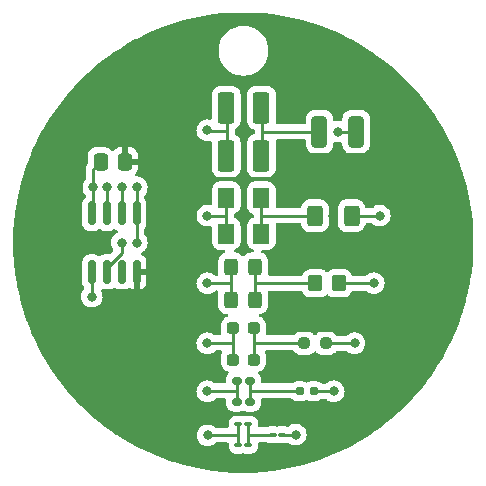
<source format=gtl>
G04 #@! TF.GenerationSoftware,KiCad,Pcbnew,(6.0.6)*
G04 #@! TF.CreationDate,2022-07-27T20:36:10+02:00*
G04 #@! TF.ProjectId,smd-challenge,736d642d-6368-4616-9c6c-656e67652e6b,rev?*
G04 #@! TF.SameCoordinates,Original*
G04 #@! TF.FileFunction,Copper,L1,Top*
G04 #@! TF.FilePolarity,Positive*
%FSLAX46Y46*%
G04 Gerber Fmt 4.6, Leading zero omitted, Abs format (unit mm)*
G04 Created by KiCad (PCBNEW (6.0.6)) date 2022-07-27 20:36:10*
%MOMM*%
%LPD*%
G01*
G04 APERTURE LIST*
G04 Aperture macros list*
%AMRoundRect*
0 Rectangle with rounded corners*
0 $1 Rounding radius*
0 $2 $3 $4 $5 $6 $7 $8 $9 X,Y pos of 4 corners*
0 Add a 4 corners polygon primitive as box body*
4,1,4,$2,$3,$4,$5,$6,$7,$8,$9,$2,$3,0*
0 Add four circle primitives for the rounded corners*
1,1,$1+$1,$2,$3*
1,1,$1+$1,$4,$5*
1,1,$1+$1,$6,$7*
1,1,$1+$1,$8,$9*
0 Add four rect primitives between the rounded corners*
20,1,$1+$1,$2,$3,$4,$5,0*
20,1,$1+$1,$4,$5,$6,$7,0*
20,1,$1+$1,$6,$7,$8,$9,0*
20,1,$1+$1,$8,$9,$2,$3,0*%
G04 Aperture macros list end*
G04 #@! TA.AperFunction,SMDPad,CuDef*
%ADD10RoundRect,0.250000X-0.350000X-0.450000X0.350000X-0.450000X0.350000X0.450000X-0.350000X0.450000X0*%
G04 #@! TD*
G04 #@! TA.AperFunction,SMDPad,CuDef*
%ADD11RoundRect,0.250000X-0.400000X-1.075000X0.400000X-1.075000X0.400000X1.075000X-0.400000X1.075000X0*%
G04 #@! TD*
G04 #@! TA.AperFunction,SMDPad,CuDef*
%ADD12RoundRect,0.250001X-0.462499X-1.074999X0.462499X-1.074999X0.462499X1.074999X-0.462499X1.074999X0*%
G04 #@! TD*
G04 #@! TA.AperFunction,SMDPad,CuDef*
%ADD13RoundRect,0.250001X0.462499X1.074999X-0.462499X1.074999X-0.462499X-1.074999X0.462499X-1.074999X0*%
G04 #@! TD*
G04 #@! TA.AperFunction,SMDPad,CuDef*
%ADD14RoundRect,0.100000X0.217500X0.100000X-0.217500X0.100000X-0.217500X-0.100000X0.217500X-0.100000X0*%
G04 #@! TD*
G04 #@! TA.AperFunction,SMDPad,CuDef*
%ADD15RoundRect,0.237500X-0.287500X-0.237500X0.287500X-0.237500X0.287500X0.237500X-0.287500X0.237500X0*%
G04 #@! TD*
G04 #@! TA.AperFunction,SMDPad,CuDef*
%ADD16RoundRect,0.150000X0.150000X-0.825000X0.150000X0.825000X-0.150000X0.825000X-0.150000X-0.825000X0*%
G04 #@! TD*
G04 #@! TA.AperFunction,SMDPad,CuDef*
%ADD17RoundRect,0.160000X0.222500X0.160000X-0.222500X0.160000X-0.222500X-0.160000X0.222500X-0.160000X0*%
G04 #@! TD*
G04 #@! TA.AperFunction,SMDPad,CuDef*
%ADD18RoundRect,0.250000X-0.325000X-0.450000X0.325000X-0.450000X0.325000X0.450000X-0.325000X0.450000X0*%
G04 #@! TD*
G04 #@! TA.AperFunction,SMDPad,CuDef*
%ADD19RoundRect,0.250000X-0.337500X-0.475000X0.337500X-0.475000X0.337500X0.475000X-0.337500X0.475000X0*%
G04 #@! TD*
G04 #@! TA.AperFunction,SMDPad,CuDef*
%ADD20RoundRect,0.100000X-0.217500X-0.100000X0.217500X-0.100000X0.217500X0.100000X-0.217500X0.100000X0*%
G04 #@! TD*
G04 #@! TA.AperFunction,SMDPad,CuDef*
%ADD21RoundRect,0.250001X-0.462499X-0.624999X0.462499X-0.624999X0.462499X0.624999X-0.462499X0.624999X0*%
G04 #@! TD*
G04 #@! TA.AperFunction,SMDPad,CuDef*
%ADD22RoundRect,0.250000X0.325000X0.450000X-0.325000X0.450000X-0.325000X-0.450000X0.325000X-0.450000X0*%
G04 #@! TD*
G04 #@! TA.AperFunction,SMDPad,CuDef*
%ADD23RoundRect,0.250001X0.462499X0.624999X-0.462499X0.624999X-0.462499X-0.624999X0.462499X-0.624999X0*%
G04 #@! TD*
G04 #@! TA.AperFunction,SMDPad,CuDef*
%ADD24RoundRect,0.237500X0.287500X0.237500X-0.287500X0.237500X-0.287500X-0.237500X0.287500X-0.237500X0*%
G04 #@! TD*
G04 #@! TA.AperFunction,SMDPad,CuDef*
%ADD25RoundRect,0.160000X-0.197500X-0.160000X0.197500X-0.160000X0.197500X0.160000X-0.197500X0.160000X0*%
G04 #@! TD*
G04 #@! TA.AperFunction,SMDPad,CuDef*
%ADD26RoundRect,0.160000X-0.222500X-0.160000X0.222500X-0.160000X0.222500X0.160000X-0.222500X0.160000X0*%
G04 #@! TD*
G04 #@! TA.AperFunction,SMDPad,CuDef*
%ADD27RoundRect,0.250000X-0.400000X-0.625000X0.400000X-0.625000X0.400000X0.625000X-0.400000X0.625000X0*%
G04 #@! TD*
G04 #@! TA.AperFunction,SMDPad,CuDef*
%ADD28RoundRect,0.237500X-0.250000X-0.237500X0.250000X-0.237500X0.250000X0.237500X-0.250000X0.237500X0*%
G04 #@! TD*
G04 #@! TA.AperFunction,ViaPad*
%ADD29C,0.800000*%
G04 #@! TD*
G04 #@! TA.AperFunction,Conductor*
%ADD30C,0.250000*%
G04 #@! TD*
G04 APERTURE END LIST*
D10*
X130191000Y-123317000D03*
X132191000Y-123317000D03*
D11*
X130530000Y-110490000D03*
X133630000Y-110490000D03*
D12*
X122628000Y-112522000D03*
X125603000Y-112522000D03*
D13*
X125603000Y-108458000D03*
X122628000Y-108458000D03*
D14*
X124485800Y-135255000D03*
X123670800Y-135255000D03*
D15*
X123204000Y-129794000D03*
X124954000Y-129794000D03*
D16*
X111252000Y-122363000D03*
X112522000Y-122363000D03*
X113792000Y-122363000D03*
X115062000Y-122363000D03*
X115062000Y-117413000D03*
X113792000Y-117413000D03*
X112522000Y-117413000D03*
X111252000Y-117413000D03*
D17*
X123520500Y-131572000D03*
X124665500Y-131572000D03*
D18*
X123045000Y-124714000D03*
X125095000Y-124714000D03*
D19*
X111992500Y-113030000D03*
X114067500Y-113030000D03*
D20*
X127381000Y-136144000D03*
X126566000Y-136144000D03*
D21*
X122628000Y-119126000D03*
X125603000Y-119126000D03*
D22*
X125095000Y-121920000D03*
X123045000Y-121920000D03*
D23*
X122628000Y-116078000D03*
X125603000Y-116078000D03*
D24*
X124968000Y-127127000D03*
X123218000Y-127127000D03*
D25*
X128853000Y-132461000D03*
X130048000Y-132461000D03*
D26*
X123518200Y-133350000D03*
X124663200Y-133350000D03*
D20*
X123670800Y-137033000D03*
X124485800Y-137033000D03*
D27*
X130149000Y-117602000D03*
X133249000Y-117602000D03*
D28*
X129239000Y-128397000D03*
X131064000Y-128397000D03*
D29*
X115062000Y-119888000D03*
X121031000Y-110363000D03*
X105410000Y-119888000D03*
X121031000Y-128397000D03*
X121031000Y-132461000D03*
X131736500Y-132461000D03*
X128524000Y-136144000D03*
X121056400Y-136194800D03*
X132080000Y-110490000D03*
X111379000Y-115189000D03*
X124079000Y-138557000D03*
X131699000Y-117602000D03*
X142621000Y-119888000D03*
X115062000Y-124460000D03*
X121031000Y-123317000D03*
X135636000Y-117602000D03*
X113792000Y-115189000D03*
X133504300Y-128397000D03*
X135128000Y-123317000D03*
X115062000Y-115189000D03*
X112522000Y-115189000D03*
X113792000Y-119888000D03*
X121031000Y-117602000D03*
X111252000Y-124460000D03*
D30*
X133249000Y-117602000D02*
X135636000Y-117602000D01*
X127381000Y-136144000D02*
X128524000Y-136144000D01*
X126566000Y-136144000D02*
X124510800Y-136144000D01*
X124510800Y-136144000D02*
X124485800Y-136169000D01*
X112522000Y-121986249D02*
X112522000Y-122363000D01*
X113792000Y-119888000D02*
X113792000Y-120716249D01*
X113792000Y-120716249D02*
X112522000Y-121986249D01*
X115062000Y-119888000D02*
X115062000Y-117413000D01*
X121121500Y-110453500D02*
X121031000Y-110363000D01*
X122718500Y-110453500D02*
X121121500Y-110453500D01*
X122718500Y-110453500D02*
X122718500Y-112268000D01*
X122718500Y-108458000D02*
X122718500Y-110453500D01*
X121083600Y-136167600D02*
X123670800Y-136167600D01*
X121056400Y-136194800D02*
X121083600Y-136167600D01*
X131064000Y-128397000D02*
X133504300Y-128397000D01*
X124993400Y-128371600D02*
X124968000Y-128397000D01*
X129213600Y-128371600D02*
X124993400Y-128371600D01*
X129239000Y-128397000D02*
X129213600Y-128371600D01*
X130048000Y-132461000D02*
X131736500Y-132461000D01*
X128827600Y-132435600D02*
X124714000Y-132435600D01*
X128853000Y-132461000D02*
X128827600Y-132435600D01*
X121031000Y-117602000D02*
X122574000Y-117602000D01*
X122574000Y-117602000D02*
X122628000Y-117548000D01*
X122628000Y-117548000D02*
X122628000Y-119126000D01*
X122628000Y-116078000D02*
X122628000Y-117548000D01*
X125603000Y-117602000D02*
X125603000Y-119126000D01*
X125603000Y-116078000D02*
X125603000Y-117602000D01*
X130149000Y-117602000D02*
X125603000Y-117602000D01*
X125095000Y-123317000D02*
X125095000Y-124714000D01*
X130191000Y-123317000D02*
X125095000Y-123317000D01*
X125095000Y-121920000D02*
X125095000Y-123317000D01*
X121079800Y-132412200D02*
X123518200Y-132412200D01*
X121031000Y-132461000D02*
X121079800Y-132412200D01*
X121049000Y-123299000D02*
X121031000Y-123317000D01*
X123045000Y-123299000D02*
X121049000Y-123299000D01*
X123045000Y-123299000D02*
X123045000Y-124714000D01*
X123045000Y-121920000D02*
X123045000Y-123299000D01*
X132191000Y-123317000D02*
X135128000Y-123317000D01*
X121059000Y-128369000D02*
X121031000Y-128397000D01*
X123218000Y-128369000D02*
X121059000Y-128369000D01*
X123218000Y-128369000D02*
X123218000Y-127254000D01*
X123218000Y-129540000D02*
X123218000Y-128369000D01*
X124968000Y-128397000D02*
X124968000Y-129540000D01*
X124968000Y-127254000D02*
X124968000Y-128397000D01*
X123518200Y-132412200D02*
X123518200Y-131574300D01*
X123518200Y-133350000D02*
X123518200Y-132412200D01*
X123518200Y-131574300D02*
X123520500Y-131572000D01*
X124663200Y-132486400D02*
X124663200Y-131574300D01*
X124663200Y-133350000D02*
X124663200Y-132486400D01*
X124663200Y-131574300D02*
X124665500Y-131572000D01*
X124485800Y-136169000D02*
X124485800Y-135255000D01*
X124485800Y-137033000D02*
X124485800Y-136169000D01*
X123670800Y-136167600D02*
X123670800Y-137033000D01*
X123670800Y-135255000D02*
X123670800Y-136167600D01*
X124665500Y-132285500D02*
X124665500Y-131572000D01*
X132080000Y-110490000D02*
X133630000Y-110490000D01*
X130530000Y-110490000D02*
X125730000Y-110490000D01*
X125693500Y-110199500D02*
X125693500Y-112268000D01*
X125693500Y-108458000D02*
X125693500Y-110199500D01*
X111379000Y-117286000D02*
X111252000Y-117413000D01*
X111379000Y-113643500D02*
X111992500Y-113030000D01*
X111379000Y-115189000D02*
X111379000Y-117286000D01*
X111379000Y-115189000D02*
X111379000Y-113643500D01*
X113792000Y-115189000D02*
X113792000Y-117413000D01*
X115062000Y-115189000D02*
X115062000Y-117413000D01*
X112522000Y-115189000D02*
X112522000Y-117413000D01*
X111252000Y-122363000D02*
X111252000Y-124460000D01*
G04 #@! TA.AperFunction,Conductor*
G36*
X124174060Y-100398574D02*
G01*
X124926469Y-100414992D01*
X124931950Y-100415232D01*
X125775055Y-100470491D01*
X125780523Y-100470970D01*
X126620403Y-100562951D01*
X126625854Y-100563668D01*
X127460958Y-100692204D01*
X127466371Y-100693159D01*
X127887286Y-100776883D01*
X128295050Y-100857992D01*
X128300388Y-100859176D01*
X129121111Y-101060006D01*
X129126420Y-101061429D01*
X129937565Y-101297856D01*
X129942808Y-101299509D01*
X130742892Y-101571100D01*
X130748028Y-101572970D01*
X131535526Y-101879211D01*
X131540585Y-101881307D01*
X131812776Y-102001074D01*
X132313945Y-102221594D01*
X132318927Y-102223917D01*
X133076692Y-102597605D01*
X133081569Y-102600143D01*
X133220706Y-102676476D01*
X133822372Y-103006561D01*
X133827077Y-103009278D01*
X134549436Y-103447617D01*
X134554060Y-103450563D01*
X135256596Y-103919982D01*
X135261065Y-103923111D01*
X135433757Y-104049734D01*
X135942466Y-104422735D01*
X135946827Y-104426082D01*
X136605733Y-104954910D01*
X136609945Y-104958443D01*
X137245201Y-105515547D01*
X137249251Y-105519258D01*
X137464176Y-105725004D01*
X137859586Y-106103527D01*
X137863473Y-106107414D01*
X138419820Y-106688581D01*
X138447739Y-106717746D01*
X138451449Y-106721795D01*
X138616235Y-106909697D01*
X139008557Y-107357055D01*
X139012090Y-107361267D01*
X139540918Y-108020173D01*
X139544265Y-108024534D01*
X140043889Y-108705935D01*
X140047018Y-108710404D01*
X140301360Y-109091054D01*
X140516437Y-109412940D01*
X140519383Y-109417564D01*
X140957722Y-110139923D01*
X140960439Y-110144628D01*
X141091116Y-110382821D01*
X141366857Y-110885431D01*
X141369395Y-110890308D01*
X141743083Y-111648073D01*
X141745406Y-111653055D01*
X141931415Y-112075792D01*
X142074132Y-112400139D01*
X142085689Y-112426405D01*
X142087789Y-112431474D01*
X142390675Y-113210342D01*
X142394025Y-113218957D01*
X142395900Y-113224108D01*
X142548405Y-113673375D01*
X142667491Y-114024192D01*
X142669144Y-114029435D01*
X142905571Y-114840580D01*
X142906993Y-114845885D01*
X143081873Y-115560556D01*
X143107821Y-115666597D01*
X143109008Y-115671950D01*
X143167111Y-115964056D01*
X143273841Y-116500629D01*
X143274796Y-116506042D01*
X143403332Y-117341146D01*
X143404049Y-117346595D01*
X143495892Y-118185209D01*
X143496030Y-118186473D01*
X143496509Y-118191945D01*
X143548499Y-118985163D01*
X143551768Y-119035045D01*
X143552008Y-119040531D01*
X143558677Y-119346153D01*
X143570440Y-119885251D01*
X143570440Y-119890749D01*
X143552524Y-120711837D01*
X143552008Y-120735463D01*
X143551768Y-120740950D01*
X143503886Y-121471498D01*
X143496509Y-121584051D01*
X143496030Y-121589523D01*
X143409001Y-122384185D01*
X143404049Y-122429403D01*
X143403332Y-122434852D01*
X143391659Y-122510694D01*
X143274796Y-123269958D01*
X143273841Y-123275371D01*
X143209248Y-123600104D01*
X143110179Y-124098165D01*
X143109011Y-124104035D01*
X143107824Y-124109388D01*
X142975555Y-124649928D01*
X142906994Y-124930111D01*
X142905572Y-124935415D01*
X142791696Y-125326109D01*
X142669144Y-125746565D01*
X142667491Y-125751808D01*
X142633584Y-125851694D01*
X142440006Y-126421960D01*
X142395905Y-126551877D01*
X142394030Y-126557028D01*
X142259086Y-126904037D01*
X142087793Y-127344516D01*
X142085693Y-127349585D01*
X142012113Y-127516809D01*
X141745406Y-128122945D01*
X141743083Y-128127927D01*
X141369395Y-128885692D01*
X141366857Y-128890569D01*
X141176309Y-129237893D01*
X140960439Y-129631372D01*
X140957722Y-129636077D01*
X140519391Y-130358424D01*
X140516437Y-130363060D01*
X140425578Y-130499040D01*
X140047018Y-131065596D01*
X140043889Y-131070065D01*
X139834455Y-131355697D01*
X139544265Y-131751466D01*
X139540918Y-131755827D01*
X139012090Y-132414733D01*
X139008557Y-132418945D01*
X138810869Y-132644365D01*
X138455006Y-133050150D01*
X138451453Y-133054201D01*
X138447742Y-133058251D01*
X138259584Y-133254803D01*
X137863473Y-133668586D01*
X137859586Y-133672473D01*
X137602043Y-133919017D01*
X137330985Y-134178499D01*
X137249254Y-134256739D01*
X137245201Y-134260453D01*
X136609945Y-134817557D01*
X136605733Y-134821090D01*
X135946827Y-135349918D01*
X135942466Y-135353265D01*
X135802689Y-135455754D01*
X135261065Y-135852889D01*
X135256596Y-135856018D01*
X134825600Y-136144000D01*
X134554060Y-136325437D01*
X134549436Y-136328383D01*
X133827077Y-136766722D01*
X133822372Y-136769439D01*
X133527453Y-136931237D01*
X133081569Y-137175857D01*
X133076692Y-137178395D01*
X132318927Y-137552083D01*
X132313945Y-137554406D01*
X131931519Y-137722678D01*
X131540585Y-137894693D01*
X131535526Y-137896789D01*
X130748028Y-138203030D01*
X130742892Y-138204900D01*
X130087671Y-138427317D01*
X129942808Y-138476491D01*
X129937565Y-138478144D01*
X129126420Y-138714571D01*
X129121115Y-138715993D01*
X128300388Y-138916824D01*
X128295050Y-138918008D01*
X127887286Y-138999117D01*
X127466371Y-139082841D01*
X127460958Y-139083796D01*
X126625854Y-139212332D01*
X126620405Y-139213049D01*
X125780523Y-139305030D01*
X125775055Y-139305509D01*
X124931950Y-139360768D01*
X124926469Y-139361008D01*
X124174060Y-139377426D01*
X124081749Y-139379440D01*
X124076251Y-139379440D01*
X123983940Y-139377426D01*
X123231531Y-139361008D01*
X123226050Y-139360768D01*
X122382945Y-139305509D01*
X122377477Y-139305030D01*
X121537595Y-139213049D01*
X121532146Y-139212332D01*
X120697042Y-139083796D01*
X120691629Y-139082841D01*
X120270714Y-138999117D01*
X119862950Y-138918008D01*
X119857612Y-138916824D01*
X119036885Y-138715993D01*
X119031580Y-138714571D01*
X118220435Y-138478144D01*
X118215192Y-138476491D01*
X118070329Y-138427317D01*
X117415108Y-138204900D01*
X117409972Y-138203030D01*
X116622474Y-137896789D01*
X116617415Y-137894693D01*
X116226481Y-137722678D01*
X115844055Y-137554406D01*
X115839073Y-137552083D01*
X115081308Y-137178395D01*
X115076431Y-137175857D01*
X114630547Y-136931237D01*
X114335628Y-136769439D01*
X114330923Y-136766722D01*
X113608564Y-136328383D01*
X113603940Y-136325437D01*
X113408428Y-136194800D01*
X120142896Y-136194800D01*
X120143586Y-136201365D01*
X120158179Y-136340206D01*
X120162858Y-136384728D01*
X120221873Y-136566356D01*
X120317360Y-136731744D01*
X120321778Y-136736651D01*
X120321779Y-136736652D01*
X120417345Y-136842789D01*
X120445147Y-136873666D01*
X120599648Y-136985918D01*
X120605676Y-136988602D01*
X120605678Y-136988603D01*
X120749194Y-137052500D01*
X120774112Y-137063594D01*
X120867513Y-137083447D01*
X120954456Y-137101928D01*
X120954461Y-137101928D01*
X120960913Y-137103300D01*
X121151887Y-137103300D01*
X121158339Y-137101928D01*
X121158344Y-137101928D01*
X121245287Y-137083447D01*
X121338688Y-137063594D01*
X121363606Y-137052500D01*
X121507122Y-136988603D01*
X121507124Y-136988602D01*
X121513152Y-136985918D01*
X121667653Y-136873666D01*
X121687196Y-136851962D01*
X121695455Y-136842789D01*
X121755901Y-136805550D01*
X121789091Y-136801100D01*
X122718800Y-136801100D01*
X122786921Y-136821102D01*
X122833414Y-136874758D01*
X122844800Y-136927099D01*
X122844801Y-137172884D01*
X122860462Y-137291850D01*
X122921776Y-137439876D01*
X122926802Y-137446426D01*
X123014285Y-137560434D01*
X123019313Y-137566987D01*
X123025863Y-137572013D01*
X123025866Y-137572016D01*
X123082869Y-137615756D01*
X123146425Y-137664524D01*
X123294450Y-137725838D01*
X123302638Y-137726916D01*
X123409321Y-137740961D01*
X123413415Y-137741500D01*
X123670768Y-137741500D01*
X123928184Y-137741499D01*
X123932269Y-137740961D01*
X123932273Y-137740961D01*
X124001793Y-137731809D01*
X124047150Y-137725838D01*
X124048900Y-137725113D01*
X124107702Y-137725114D01*
X124109450Y-137725838D01*
X124117634Y-137726915D01*
X124117636Y-137726916D01*
X124224328Y-137740962D01*
X124228415Y-137741500D01*
X124485768Y-137741500D01*
X124743184Y-137741499D01*
X124747269Y-137740961D01*
X124747273Y-137740961D01*
X124853963Y-137726916D01*
X124853965Y-137726916D01*
X124862150Y-137725838D01*
X124936163Y-137695181D01*
X125002548Y-137667684D01*
X125002550Y-137667683D01*
X125010176Y-137664524D01*
X125137287Y-137566987D01*
X125142314Y-137560436D01*
X125142316Y-137560434D01*
X125186055Y-137503431D01*
X125234824Y-137439875D01*
X125296138Y-137291850D01*
X125311800Y-137172885D01*
X125311799Y-136903500D01*
X125331801Y-136835380D01*
X125385456Y-136788887D01*
X125437799Y-136777500D01*
X126021332Y-136777500D01*
X126069550Y-136787091D01*
X126189650Y-136836838D01*
X126197838Y-136837916D01*
X126304521Y-136851961D01*
X126308615Y-136852500D01*
X126565968Y-136852500D01*
X126823384Y-136852499D01*
X126827469Y-136851961D01*
X126827473Y-136851961D01*
X126897144Y-136842789D01*
X126942350Y-136836838D01*
X126944100Y-136836113D01*
X127002902Y-136836114D01*
X127004650Y-136836838D01*
X127012834Y-136837915D01*
X127012836Y-136837916D01*
X127119528Y-136851962D01*
X127123615Y-136852500D01*
X127380968Y-136852500D01*
X127638384Y-136852499D01*
X127642469Y-136851961D01*
X127642473Y-136851961D01*
X127749163Y-136837916D01*
X127749165Y-136837916D01*
X127757350Y-136836838D01*
X127769525Y-136831795D01*
X127803379Y-136817773D01*
X127873969Y-136810184D01*
X127925657Y-136832246D01*
X128056211Y-136927099D01*
X128067248Y-136935118D01*
X128073276Y-136937802D01*
X128073278Y-136937803D01*
X128235681Y-137010109D01*
X128241712Y-137012794D01*
X128335112Y-137032647D01*
X128422056Y-137051128D01*
X128422061Y-137051128D01*
X128428513Y-137052500D01*
X128619487Y-137052500D01*
X128625939Y-137051128D01*
X128625944Y-137051128D01*
X128712888Y-137032647D01*
X128806288Y-137012794D01*
X128812319Y-137010109D01*
X128974722Y-136937803D01*
X128974724Y-136937802D01*
X128980752Y-136935118D01*
X129135253Y-136822866D01*
X129146672Y-136810184D01*
X129258621Y-136685852D01*
X129258622Y-136685851D01*
X129263040Y-136680944D01*
X129358527Y-136515556D01*
X129417542Y-136333928D01*
X129418435Y-136325437D01*
X129436814Y-136150565D01*
X129437504Y-136144000D01*
X129422881Y-136004872D01*
X129418232Y-135960635D01*
X129418232Y-135960633D01*
X129417542Y-135954072D01*
X129358527Y-135772444D01*
X129263040Y-135607056D01*
X129180994Y-135515934D01*
X129139675Y-135470045D01*
X129139674Y-135470044D01*
X129135253Y-135465134D01*
X128980752Y-135352882D01*
X128974724Y-135350198D01*
X128974722Y-135350197D01*
X128812319Y-135277891D01*
X128812318Y-135277891D01*
X128806288Y-135275206D01*
X128712888Y-135255353D01*
X128625944Y-135236872D01*
X128625939Y-135236872D01*
X128619487Y-135235500D01*
X128428513Y-135235500D01*
X128422061Y-135236872D01*
X128422056Y-135236872D01*
X128335112Y-135255353D01*
X128241712Y-135275206D01*
X128235682Y-135277891D01*
X128235681Y-135277891D01*
X128073278Y-135350197D01*
X128073276Y-135350198D01*
X128067248Y-135352882D01*
X128061907Y-135356762D01*
X128061906Y-135356763D01*
X127925657Y-135455754D01*
X127858789Y-135479613D01*
X127803379Y-135470227D01*
X127764983Y-135454323D01*
X127764978Y-135454322D01*
X127757350Y-135451162D01*
X127648579Y-135436842D01*
X127642472Y-135436038D01*
X127642471Y-135436038D01*
X127638385Y-135435500D01*
X127381032Y-135435500D01*
X127123616Y-135435501D01*
X127119531Y-135436039D01*
X127119527Y-135436039D01*
X127050007Y-135445191D01*
X127004650Y-135451162D01*
X127002900Y-135451887D01*
X126944098Y-135451886D01*
X126942350Y-135451162D01*
X126934166Y-135450085D01*
X126934164Y-135450084D01*
X126827472Y-135436038D01*
X126827471Y-135436038D01*
X126823385Y-135435500D01*
X126566032Y-135435500D01*
X126308616Y-135435501D01*
X126304531Y-135436039D01*
X126304527Y-135436039D01*
X126197837Y-135450084D01*
X126197835Y-135450084D01*
X126189650Y-135451162D01*
X126069550Y-135500909D01*
X126021332Y-135510500D01*
X125437800Y-135510500D01*
X125369679Y-135490498D01*
X125323186Y-135436842D01*
X125311800Y-135384500D01*
X125311799Y-135119239D01*
X125311799Y-135115116D01*
X125296138Y-134996150D01*
X125234824Y-134848124D01*
X125214080Y-134821090D01*
X125142314Y-134727564D01*
X125142313Y-134727563D01*
X125137287Y-134721013D01*
X125130736Y-134715986D01*
X125130734Y-134715984D01*
X125073731Y-134672245D01*
X125010175Y-134623476D01*
X124862150Y-134562162D01*
X124853962Y-134561084D01*
X124747272Y-134547038D01*
X124747271Y-134547038D01*
X124743185Y-134546500D01*
X124485832Y-134546500D01*
X124228416Y-134546501D01*
X124224331Y-134547039D01*
X124224327Y-134547039D01*
X124154807Y-134556191D01*
X124109450Y-134562162D01*
X124107700Y-134562887D01*
X124048898Y-134562886D01*
X124047150Y-134562162D01*
X124038966Y-134561085D01*
X124038964Y-134561084D01*
X123932272Y-134547038D01*
X123932271Y-134547038D01*
X123928185Y-134546500D01*
X123670832Y-134546500D01*
X123413416Y-134546501D01*
X123409331Y-134547039D01*
X123409327Y-134547039D01*
X123302637Y-134561084D01*
X123302635Y-134561084D01*
X123294450Y-134562162D01*
X123220437Y-134592819D01*
X123154052Y-134620316D01*
X123154050Y-134620317D01*
X123146424Y-134623476D01*
X123019313Y-134721013D01*
X123014287Y-134727563D01*
X123014284Y-134727566D01*
X122970544Y-134784569D01*
X122921776Y-134848125D01*
X122860462Y-134996150D01*
X122844800Y-135115115D01*
X122844801Y-135394884D01*
X122845338Y-135398966D01*
X122845397Y-135399861D01*
X122829892Y-135469144D01*
X122779391Y-135519046D01*
X122719667Y-135534100D01*
X121733596Y-135534100D01*
X121665475Y-135514098D01*
X121659535Y-135510036D01*
X121518494Y-135407563D01*
X121518493Y-135407562D01*
X121513152Y-135403682D01*
X121507124Y-135400998D01*
X121507122Y-135400997D01*
X121344719Y-135328691D01*
X121344718Y-135328691D01*
X121338688Y-135326006D01*
X121245288Y-135306153D01*
X121158344Y-135287672D01*
X121158339Y-135287672D01*
X121151887Y-135286300D01*
X120960913Y-135286300D01*
X120954461Y-135287672D01*
X120954456Y-135287672D01*
X120867512Y-135306153D01*
X120774112Y-135326006D01*
X120768082Y-135328691D01*
X120768081Y-135328691D01*
X120605678Y-135400997D01*
X120605676Y-135400998D01*
X120599648Y-135403682D01*
X120445147Y-135515934D01*
X120440726Y-135520844D01*
X120440725Y-135520845D01*
X120367412Y-135602268D01*
X120317360Y-135657856D01*
X120221873Y-135823244D01*
X120162858Y-136004872D01*
X120142896Y-136194800D01*
X113408428Y-136194800D01*
X113332400Y-136144000D01*
X112901404Y-135856018D01*
X112896935Y-135852889D01*
X112355311Y-135455754D01*
X112215534Y-135353265D01*
X112211173Y-135349918D01*
X111552267Y-134821090D01*
X111548055Y-134817557D01*
X110912799Y-134260453D01*
X110908746Y-134256739D01*
X110827016Y-134178499D01*
X110555957Y-133919017D01*
X110298414Y-133672473D01*
X110294527Y-133668586D01*
X109898416Y-133254803D01*
X109710258Y-133058251D01*
X109706547Y-133054201D01*
X109702995Y-133050150D01*
X109347131Y-132644365D01*
X109186324Y-132461000D01*
X120117496Y-132461000D01*
X120137458Y-132650928D01*
X120196473Y-132832556D01*
X120291960Y-132997944D01*
X120296378Y-133002851D01*
X120296379Y-133002852D01*
X120408144Y-133126980D01*
X120419747Y-133139866D01*
X120574248Y-133252118D01*
X120580276Y-133254802D01*
X120580278Y-133254803D01*
X120742681Y-133327109D01*
X120748712Y-133329794D01*
X120842113Y-133349647D01*
X120929056Y-133368128D01*
X120929061Y-133368128D01*
X120935513Y-133369500D01*
X121126487Y-133369500D01*
X121132939Y-133368128D01*
X121132944Y-133368128D01*
X121219887Y-133349647D01*
X121313288Y-133329794D01*
X121319319Y-133327109D01*
X121481722Y-133254803D01*
X121481724Y-133254802D01*
X121487752Y-133252118D01*
X121642253Y-133139866D01*
X121689504Y-133087388D01*
X121749947Y-133050150D01*
X121783138Y-133045700D01*
X122501200Y-133045700D01*
X122569321Y-133065702D01*
X122615814Y-133119358D01*
X122627200Y-133171700D01*
X122627201Y-133563436D01*
X122627464Y-133566295D01*
X122627464Y-133566303D01*
X122630567Y-133600076D01*
X122633566Y-133632719D01*
X122681952Y-133787118D01*
X122765770Y-133925518D01*
X122880182Y-134039930D01*
X123018582Y-134123748D01*
X123025829Y-134126019D01*
X123025831Y-134126020D01*
X123087985Y-134145498D01*
X123172981Y-134172134D01*
X123242263Y-134178500D01*
X123245161Y-134178500D01*
X123518915Y-134178499D01*
X123794136Y-134178499D01*
X123796995Y-134178236D01*
X123797003Y-134178236D01*
X123830776Y-134175133D01*
X123863419Y-134172134D01*
X123869804Y-134170133D01*
X124010569Y-134126020D01*
X124010571Y-134126019D01*
X124017818Y-134123748D01*
X124025427Y-134119140D01*
X124026347Y-134118896D01*
X124031242Y-134116686D01*
X124031610Y-134117502D01*
X124094056Y-134100960D01*
X124149860Y-134117345D01*
X124150158Y-134116686D01*
X124154885Y-134118820D01*
X124155973Y-134119140D01*
X124163582Y-134123748D01*
X124170829Y-134126019D01*
X124170831Y-134126020D01*
X124232985Y-134145498D01*
X124317981Y-134172134D01*
X124387263Y-134178500D01*
X124390161Y-134178500D01*
X124663915Y-134178499D01*
X124939136Y-134178499D01*
X124941995Y-134178236D01*
X124942003Y-134178236D01*
X124975776Y-134175133D01*
X125008419Y-134172134D01*
X125014804Y-134170133D01*
X125155569Y-134126020D01*
X125155571Y-134126019D01*
X125162818Y-134123748D01*
X125301218Y-134039930D01*
X125415630Y-133925518D01*
X125499448Y-133787118D01*
X125547834Y-133632719D01*
X125554200Y-133563437D01*
X125554199Y-133195100D01*
X125574201Y-133126980D01*
X125627856Y-133080487D01*
X125680199Y-133069100D01*
X128105962Y-133069100D01*
X128174083Y-133089102D01*
X128195057Y-133106005D01*
X128239982Y-133150930D01*
X128378382Y-133234748D01*
X128385629Y-133237019D01*
X128385631Y-133237020D01*
X128421425Y-133248237D01*
X128532781Y-133283134D01*
X128602063Y-133289500D01*
X128604961Y-133289500D01*
X128853651Y-133289499D01*
X129103936Y-133289499D01*
X129106795Y-133289236D01*
X129106803Y-133289236D01*
X129140576Y-133286133D01*
X129173219Y-133283134D01*
X129272191Y-133252118D01*
X129320369Y-133237020D01*
X129320371Y-133237019D01*
X129327618Y-133234748D01*
X129334114Y-133230814D01*
X129334116Y-133230813D01*
X129385229Y-133199858D01*
X129453859Y-133181679D01*
X129515771Y-133199858D01*
X129566884Y-133230813D01*
X129566886Y-133230814D01*
X129573382Y-133234748D01*
X129580629Y-133237019D01*
X129580631Y-133237020D01*
X129616425Y-133248237D01*
X129727781Y-133283134D01*
X129797063Y-133289500D01*
X129799961Y-133289500D01*
X130048651Y-133289499D01*
X130298936Y-133289499D01*
X130301795Y-133289236D01*
X130301803Y-133289236D01*
X130335576Y-133286133D01*
X130368219Y-133283134D01*
X130467191Y-133252118D01*
X130515369Y-133237020D01*
X130515371Y-133237019D01*
X130522618Y-133234748D01*
X130661018Y-133150930D01*
X130680543Y-133131405D01*
X130742855Y-133097379D01*
X130769638Y-133094500D01*
X131028300Y-133094500D01*
X131096421Y-133114502D01*
X131115647Y-133130843D01*
X131115920Y-133130540D01*
X131120832Y-133134963D01*
X131125247Y-133139866D01*
X131133076Y-133145554D01*
X131207819Y-133199858D01*
X131279748Y-133252118D01*
X131285776Y-133254802D01*
X131285778Y-133254803D01*
X131448181Y-133327109D01*
X131454212Y-133329794D01*
X131547613Y-133349647D01*
X131634556Y-133368128D01*
X131634561Y-133368128D01*
X131641013Y-133369500D01*
X131831987Y-133369500D01*
X131838439Y-133368128D01*
X131838444Y-133368128D01*
X131925387Y-133349647D01*
X132018788Y-133329794D01*
X132024819Y-133327109D01*
X132187222Y-133254803D01*
X132187224Y-133254802D01*
X132193252Y-133252118D01*
X132347753Y-133139866D01*
X132359356Y-133126980D01*
X132471121Y-133002852D01*
X132471122Y-133002851D01*
X132475540Y-132997944D01*
X132571027Y-132832556D01*
X132630042Y-132650928D01*
X132650004Y-132461000D01*
X132645141Y-132414733D01*
X132630732Y-132277635D01*
X132630732Y-132277633D01*
X132630042Y-132271072D01*
X132571027Y-132089444D01*
X132475540Y-131924056D01*
X132365731Y-131802100D01*
X132352175Y-131787045D01*
X132352174Y-131787044D01*
X132347753Y-131782134D01*
X132214033Y-131684980D01*
X132198594Y-131673763D01*
X132198593Y-131673762D01*
X132193252Y-131669882D01*
X132187224Y-131667198D01*
X132187222Y-131667197D01*
X132024819Y-131594891D01*
X132024818Y-131594891D01*
X132018788Y-131592206D01*
X131925387Y-131572353D01*
X131838444Y-131553872D01*
X131838439Y-131553872D01*
X131831987Y-131552500D01*
X131641013Y-131552500D01*
X131634561Y-131553872D01*
X131634556Y-131553872D01*
X131547613Y-131572353D01*
X131454212Y-131592206D01*
X131448182Y-131594891D01*
X131448181Y-131594891D01*
X131285778Y-131667197D01*
X131285776Y-131667198D01*
X131279748Y-131669882D01*
X131274407Y-131673762D01*
X131274406Y-131673763D01*
X131199147Y-131728442D01*
X131125247Y-131782134D01*
X131120832Y-131787037D01*
X131115920Y-131791460D01*
X131114795Y-131790211D01*
X131061486Y-131823051D01*
X131028300Y-131827500D01*
X130769638Y-131827500D01*
X130701517Y-131807498D01*
X130680543Y-131790595D01*
X130661018Y-131771070D01*
X130522618Y-131687252D01*
X130515371Y-131684981D01*
X130515369Y-131684980D01*
X130416741Y-131654072D01*
X130368219Y-131638866D01*
X130298937Y-131632500D01*
X130296039Y-131632500D01*
X130047349Y-131632501D01*
X129797064Y-131632501D01*
X129794205Y-131632764D01*
X129794197Y-131632764D01*
X129760424Y-131635867D01*
X129727781Y-131638866D01*
X129721403Y-131640865D01*
X129721402Y-131640865D01*
X129580631Y-131684980D01*
X129580629Y-131684981D01*
X129573382Y-131687252D01*
X129566886Y-131691186D01*
X129566884Y-131691187D01*
X129515771Y-131722142D01*
X129447141Y-131740321D01*
X129385229Y-131722142D01*
X129334116Y-131691187D01*
X129334114Y-131691186D01*
X129327618Y-131687252D01*
X129320371Y-131684981D01*
X129320369Y-131684980D01*
X129221741Y-131654072D01*
X129173219Y-131638866D01*
X129103937Y-131632500D01*
X129101039Y-131632500D01*
X128852349Y-131632501D01*
X128602064Y-131632501D01*
X128599205Y-131632764D01*
X128599197Y-131632764D01*
X128565424Y-131635867D01*
X128532781Y-131638866D01*
X128526403Y-131640865D01*
X128526402Y-131640865D01*
X128385631Y-131684980D01*
X128385629Y-131684981D01*
X128378382Y-131687252D01*
X128371885Y-131691187D01*
X128267118Y-131754636D01*
X128239982Y-131771070D01*
X128235581Y-131775471D01*
X128170177Y-131801546D01*
X128158379Y-131802100D01*
X125682500Y-131802100D01*
X125614379Y-131782098D01*
X125567886Y-131728442D01*
X125556500Y-131676100D01*
X125556499Y-131361447D01*
X125556499Y-131358564D01*
X125556234Y-131355672D01*
X125550745Y-131295935D01*
X125550134Y-131289281D01*
X125501748Y-131134882D01*
X125417930Y-130996482D01*
X125384041Y-130962593D01*
X125350015Y-130900281D01*
X125355080Y-130829466D01*
X125397627Y-130772630D01*
X125433259Y-130753975D01*
X125553154Y-130713974D01*
X125553156Y-130713973D01*
X125560107Y-130711654D01*
X125708031Y-130620116D01*
X125713204Y-130614934D01*
X125825758Y-130502184D01*
X125825762Y-130502179D01*
X125830929Y-130497003D01*
X125913493Y-130363060D01*
X125918369Y-130355150D01*
X125918370Y-130355148D01*
X125922209Y-130348920D01*
X125976974Y-130183809D01*
X125987500Y-130081072D01*
X125987500Y-129506928D01*
X125976707Y-129402907D01*
X125969232Y-129380500D01*
X125923972Y-129244841D01*
X125921654Y-129237893D01*
X125896598Y-129197403D01*
X125877760Y-129128951D01*
X125898921Y-129061181D01*
X125953362Y-129015610D01*
X126003742Y-129005100D01*
X128270818Y-129005100D01*
X128338939Y-129025102D01*
X128377961Y-129064796D01*
X128400384Y-129101031D01*
X128405566Y-129106204D01*
X128518316Y-129218758D01*
X128518321Y-129218762D01*
X128523497Y-129223929D01*
X128529727Y-129227769D01*
X128529728Y-129227770D01*
X128546151Y-129237893D01*
X128671580Y-129315209D01*
X128836691Y-129369974D01*
X128843527Y-129370674D01*
X128843530Y-129370675D01*
X128895026Y-129375951D01*
X128939428Y-129380500D01*
X129538572Y-129380500D01*
X129541818Y-129380163D01*
X129541822Y-129380163D01*
X129635735Y-129370419D01*
X129635739Y-129370418D01*
X129642593Y-129369707D01*
X129649129Y-129367526D01*
X129649131Y-129367526D01*
X129781895Y-129323232D01*
X129807607Y-129314654D01*
X129955531Y-129223116D01*
X129994342Y-129184237D01*
X130062247Y-129116214D01*
X130124530Y-129082135D01*
X130195350Y-129087138D01*
X130240437Y-129116059D01*
X130343312Y-129218754D01*
X130343317Y-129218758D01*
X130348497Y-129223929D01*
X130354727Y-129227769D01*
X130354728Y-129227770D01*
X130371151Y-129237893D01*
X130496580Y-129315209D01*
X130661691Y-129369974D01*
X130668527Y-129370674D01*
X130668530Y-129370675D01*
X130720026Y-129375951D01*
X130764428Y-129380500D01*
X131363572Y-129380500D01*
X131366818Y-129380163D01*
X131366822Y-129380163D01*
X131460735Y-129370419D01*
X131460739Y-129370418D01*
X131467593Y-129369707D01*
X131474129Y-129367526D01*
X131474131Y-129367526D01*
X131606895Y-129323232D01*
X131632607Y-129314654D01*
X131780531Y-129223116D01*
X131819342Y-129184237D01*
X131898258Y-129105184D01*
X131898262Y-129105179D01*
X131903429Y-129100003D01*
X131909357Y-129090386D01*
X131911386Y-129088559D01*
X131911807Y-129088027D01*
X131911898Y-129088099D01*
X131962128Y-129042892D01*
X132016618Y-129030500D01*
X132796100Y-129030500D01*
X132864221Y-129050502D01*
X132883447Y-129066843D01*
X132883720Y-129066540D01*
X132888632Y-129070963D01*
X132893047Y-129075866D01*
X132901676Y-129082135D01*
X132934804Y-129106204D01*
X133047548Y-129188118D01*
X133053576Y-129190802D01*
X133053578Y-129190803D01*
X133215981Y-129263109D01*
X133222012Y-129265794D01*
X133315412Y-129285647D01*
X133402356Y-129304128D01*
X133402361Y-129304128D01*
X133408813Y-129305500D01*
X133599787Y-129305500D01*
X133606239Y-129304128D01*
X133606244Y-129304128D01*
X133693188Y-129285647D01*
X133786588Y-129265794D01*
X133792619Y-129263109D01*
X133955022Y-129190803D01*
X133955024Y-129190802D01*
X133961052Y-129188118D01*
X134115553Y-129075866D01*
X134125519Y-129064798D01*
X134238921Y-128938852D01*
X134238922Y-128938851D01*
X134243340Y-128933944D01*
X134338827Y-128768556D01*
X134397842Y-128586928D01*
X134417804Y-128397000D01*
X134397842Y-128207072D01*
X134338827Y-128025444D01*
X134243340Y-127860056D01*
X134133531Y-127738100D01*
X134119975Y-127723045D01*
X134119974Y-127723044D01*
X134115553Y-127718134D01*
X133961052Y-127605882D01*
X133955024Y-127603198D01*
X133955022Y-127603197D01*
X133792619Y-127530891D01*
X133792618Y-127530891D01*
X133786588Y-127528206D01*
X133693187Y-127508353D01*
X133606244Y-127489872D01*
X133606239Y-127489872D01*
X133599787Y-127488500D01*
X133408813Y-127488500D01*
X133402361Y-127489872D01*
X133402356Y-127489872D01*
X133315413Y-127508353D01*
X133222012Y-127528206D01*
X133215982Y-127530891D01*
X133215981Y-127530891D01*
X133053578Y-127603197D01*
X133053576Y-127603198D01*
X133047548Y-127605882D01*
X133042207Y-127609762D01*
X133042206Y-127609763D01*
X132926999Y-127693466D01*
X132893047Y-127718134D01*
X132888632Y-127723037D01*
X132883720Y-127727460D01*
X132882595Y-127726211D01*
X132829286Y-127759051D01*
X132796100Y-127763500D01*
X132016464Y-127763500D01*
X131948343Y-127743498D01*
X131909321Y-127703804D01*
X131902616Y-127692969D01*
X131887562Y-127677941D01*
X131784684Y-127575242D01*
X131784679Y-127575238D01*
X131779503Y-127570071D01*
X131703679Y-127523332D01*
X131637650Y-127482631D01*
X131637648Y-127482630D01*
X131631420Y-127478791D01*
X131466309Y-127424026D01*
X131459473Y-127423326D01*
X131459470Y-127423325D01*
X131407974Y-127418049D01*
X131363572Y-127413500D01*
X130764428Y-127413500D01*
X130761182Y-127413837D01*
X130761178Y-127413837D01*
X130667265Y-127423581D01*
X130667261Y-127423582D01*
X130660407Y-127424293D01*
X130653871Y-127426474D01*
X130653869Y-127426474D01*
X130521105Y-127470768D01*
X130495393Y-127479346D01*
X130347469Y-127570884D01*
X130342296Y-127576066D01*
X130240753Y-127677786D01*
X130178470Y-127711865D01*
X130107650Y-127706862D01*
X130062563Y-127677941D01*
X129959688Y-127575246D01*
X129959683Y-127575242D01*
X129954503Y-127570071D01*
X129878679Y-127523332D01*
X129812650Y-127482631D01*
X129812648Y-127482630D01*
X129806420Y-127478791D01*
X129641309Y-127424026D01*
X129634473Y-127423326D01*
X129634470Y-127423325D01*
X129582974Y-127418049D01*
X129538572Y-127413500D01*
X128939428Y-127413500D01*
X128936182Y-127413837D01*
X128936178Y-127413837D01*
X128842265Y-127423581D01*
X128842261Y-127423582D01*
X128835407Y-127424293D01*
X128828871Y-127426474D01*
X128828869Y-127426474D01*
X128696105Y-127470768D01*
X128670393Y-127479346D01*
X128522469Y-127570884D01*
X128399571Y-127693997D01*
X128399039Y-127693466D01*
X128345737Y-127731255D01*
X128304774Y-127738100D01*
X126092117Y-127738100D01*
X126023996Y-127718098D01*
X125977503Y-127664442D01*
X125967399Y-127594168D01*
X125972522Y-127572439D01*
X125990974Y-127516809D01*
X125993875Y-127488500D01*
X126001172Y-127417271D01*
X126001500Y-127414072D01*
X126001500Y-126839928D01*
X125990707Y-126735907D01*
X125935654Y-126570893D01*
X125844116Y-126422969D01*
X125787915Y-126366866D01*
X125726184Y-126305242D01*
X125726179Y-126305238D01*
X125721003Y-126300071D01*
X125572920Y-126208791D01*
X125447129Y-126167068D01*
X125388769Y-126126637D01*
X125361532Y-126061073D01*
X125374065Y-125991192D01*
X125422390Y-125939180D01*
X125473792Y-125922148D01*
X125484589Y-125921028D01*
X125569308Y-125912238D01*
X125569312Y-125912237D01*
X125576166Y-125911526D01*
X125582702Y-125909345D01*
X125582704Y-125909345D01*
X125714806Y-125865272D01*
X125743946Y-125855550D01*
X125894348Y-125762478D01*
X126019305Y-125637303D01*
X126112115Y-125486738D01*
X126151788Y-125367128D01*
X126165632Y-125325389D01*
X126165632Y-125325387D01*
X126167797Y-125318861D01*
X126178500Y-125214400D01*
X126178500Y-124213600D01*
X126175337Y-124183109D01*
X126168237Y-124114685D01*
X126168237Y-124114684D01*
X126167526Y-124107834D01*
X126165772Y-124102576D01*
X126170907Y-124032286D01*
X126213541Y-123975516D01*
X126280099Y-123950807D01*
X126288895Y-123950500D01*
X129011803Y-123950500D01*
X129079924Y-123970502D01*
X129126417Y-124024158D01*
X129131326Y-124036623D01*
X129144608Y-124076432D01*
X129149450Y-124090946D01*
X129153301Y-124097170D01*
X129153302Y-124097171D01*
X129161738Y-124110803D01*
X129242522Y-124241348D01*
X129367697Y-124366305D01*
X129373927Y-124370145D01*
X129373928Y-124370146D01*
X129511090Y-124454694D01*
X129518262Y-124459115D01*
X129598005Y-124485564D01*
X129679611Y-124512632D01*
X129679613Y-124512632D01*
X129686139Y-124514797D01*
X129692975Y-124515497D01*
X129692978Y-124515498D01*
X129736031Y-124519909D01*
X129790600Y-124525500D01*
X130591400Y-124525500D01*
X130594646Y-124525163D01*
X130594650Y-124525163D01*
X130690308Y-124515238D01*
X130690312Y-124515237D01*
X130697166Y-124514526D01*
X130703702Y-124512345D01*
X130703704Y-124512345D01*
X130840922Y-124466565D01*
X130864946Y-124458550D01*
X131015348Y-124365478D01*
X131101784Y-124278891D01*
X131164066Y-124244812D01*
X131234886Y-124249815D01*
X131279976Y-124278736D01*
X131367697Y-124366305D01*
X131373927Y-124370145D01*
X131373928Y-124370146D01*
X131511090Y-124454694D01*
X131518262Y-124459115D01*
X131598005Y-124485564D01*
X131679611Y-124512632D01*
X131679613Y-124512632D01*
X131686139Y-124514797D01*
X131692975Y-124515497D01*
X131692978Y-124515498D01*
X131736031Y-124519909D01*
X131790600Y-124525500D01*
X132591400Y-124525500D01*
X132594646Y-124525163D01*
X132594650Y-124525163D01*
X132690308Y-124515238D01*
X132690312Y-124515237D01*
X132697166Y-124514526D01*
X132703702Y-124512345D01*
X132703704Y-124512345D01*
X132840922Y-124466565D01*
X132864946Y-124458550D01*
X133015348Y-124365478D01*
X133140305Y-124240303D01*
X133149430Y-124225500D01*
X133229275Y-124095968D01*
X133229276Y-124095966D01*
X133233115Y-124089738D01*
X133250663Y-124036832D01*
X133291094Y-123978473D01*
X133356658Y-123951236D01*
X133370256Y-123950500D01*
X134419800Y-123950500D01*
X134487921Y-123970502D01*
X134507147Y-123986843D01*
X134507420Y-123986540D01*
X134512332Y-123990963D01*
X134516747Y-123995866D01*
X134525524Y-124002243D01*
X134652820Y-124094729D01*
X134671248Y-124108118D01*
X134677276Y-124110802D01*
X134677278Y-124110803D01*
X134839681Y-124183109D01*
X134845712Y-124185794D01*
X134939112Y-124205647D01*
X135026056Y-124224128D01*
X135026061Y-124224128D01*
X135032513Y-124225500D01*
X135223487Y-124225500D01*
X135229939Y-124224128D01*
X135229944Y-124224128D01*
X135316888Y-124205647D01*
X135410288Y-124185794D01*
X135416319Y-124183109D01*
X135578722Y-124110803D01*
X135578724Y-124110802D01*
X135584752Y-124108118D01*
X135603181Y-124094729D01*
X135689125Y-124032286D01*
X135739253Y-123995866D01*
X135867040Y-123853944D01*
X135946399Y-123716491D01*
X135959223Y-123694279D01*
X135959224Y-123694278D01*
X135962527Y-123688556D01*
X136021542Y-123506928D01*
X136041504Y-123317000D01*
X136038176Y-123285333D01*
X136022232Y-123133635D01*
X136022232Y-123133633D01*
X136021542Y-123127072D01*
X135962527Y-122945444D01*
X135867040Y-122780056D01*
X135763894Y-122665500D01*
X135743675Y-122643045D01*
X135743674Y-122643044D01*
X135739253Y-122638134D01*
X135584752Y-122525882D01*
X135578724Y-122523198D01*
X135578722Y-122523197D01*
X135416319Y-122450891D01*
X135416318Y-122450891D01*
X135410288Y-122448206D01*
X135294762Y-122423650D01*
X135229944Y-122409872D01*
X135229939Y-122409872D01*
X135223487Y-122408500D01*
X135032513Y-122408500D01*
X135026061Y-122409872D01*
X135026056Y-122409872D01*
X134961238Y-122423650D01*
X134845712Y-122448206D01*
X134839682Y-122450891D01*
X134839681Y-122450891D01*
X134677278Y-122523197D01*
X134677276Y-122523198D01*
X134671248Y-122525882D01*
X134516747Y-122638134D01*
X134512332Y-122643037D01*
X134507420Y-122647460D01*
X134506295Y-122646211D01*
X134452986Y-122679051D01*
X134419800Y-122683500D01*
X133370197Y-122683500D01*
X133302076Y-122663498D01*
X133255583Y-122609842D01*
X133250674Y-122597377D01*
X133234867Y-122549998D01*
X133234866Y-122549996D01*
X133232550Y-122543054D01*
X133139478Y-122392652D01*
X133014303Y-122267695D01*
X132961262Y-122235000D01*
X132869968Y-122178725D01*
X132869966Y-122178724D01*
X132863738Y-122174885D01*
X132703254Y-122121655D01*
X132702389Y-122121368D01*
X132702387Y-122121368D01*
X132695861Y-122119203D01*
X132689025Y-122118503D01*
X132689022Y-122118502D01*
X132645969Y-122114091D01*
X132591400Y-122108500D01*
X131790600Y-122108500D01*
X131787354Y-122108837D01*
X131787350Y-122108837D01*
X131691692Y-122118762D01*
X131691688Y-122118763D01*
X131684834Y-122119474D01*
X131678298Y-122121655D01*
X131678296Y-122121655D01*
X131546194Y-122165728D01*
X131517054Y-122175450D01*
X131366652Y-122268522D01*
X131361479Y-122273704D01*
X131280216Y-122355109D01*
X131217934Y-122389188D01*
X131147114Y-122384185D01*
X131102025Y-122355264D01*
X131019483Y-122272866D01*
X131014303Y-122267695D01*
X130961262Y-122235000D01*
X130869968Y-122178725D01*
X130869966Y-122178724D01*
X130863738Y-122174885D01*
X130703254Y-122121655D01*
X130702389Y-122121368D01*
X130702387Y-122121368D01*
X130695861Y-122119203D01*
X130689025Y-122118503D01*
X130689022Y-122118502D01*
X130645969Y-122114091D01*
X130591400Y-122108500D01*
X129790600Y-122108500D01*
X129787354Y-122108837D01*
X129787350Y-122108837D01*
X129691692Y-122118762D01*
X129691688Y-122118763D01*
X129684834Y-122119474D01*
X129678298Y-122121655D01*
X129678296Y-122121655D01*
X129546194Y-122165728D01*
X129517054Y-122175450D01*
X129366652Y-122268522D01*
X129241695Y-122393697D01*
X129237855Y-122399927D01*
X129237854Y-122399928D01*
X129160040Y-122526166D01*
X129148885Y-122544262D01*
X129135771Y-122583801D01*
X129131337Y-122597168D01*
X129090906Y-122655527D01*
X129025342Y-122682764D01*
X129011744Y-122683500D01*
X126288897Y-122683500D01*
X126220776Y-122663498D01*
X126174283Y-122609842D01*
X126164179Y-122539568D01*
X126165654Y-122531322D01*
X126167797Y-122524861D01*
X126178500Y-122420400D01*
X126178500Y-121419600D01*
X126167526Y-121313834D01*
X126156976Y-121282210D01*
X126113868Y-121153002D01*
X126111550Y-121146054D01*
X126018478Y-120995652D01*
X125893303Y-120870695D01*
X125772937Y-120796500D01*
X125748968Y-120781725D01*
X125748966Y-120781724D01*
X125742738Y-120777885D01*
X125674022Y-120755093D01*
X125615662Y-120714662D01*
X125588425Y-120649098D01*
X125600958Y-120579217D01*
X125649283Y-120527205D01*
X125713689Y-120509500D01*
X126115900Y-120509500D01*
X126119146Y-120509163D01*
X126119150Y-120509163D01*
X126214807Y-120499238D01*
X126214811Y-120499237D01*
X126221665Y-120498526D01*
X126228201Y-120496345D01*
X126228203Y-120496345D01*
X126360305Y-120452272D01*
X126389445Y-120442550D01*
X126539848Y-120349478D01*
X126664805Y-120224303D01*
X126668646Y-120218072D01*
X126753775Y-120079968D01*
X126753776Y-120079966D01*
X126757615Y-120073738D01*
X126813297Y-119905861D01*
X126814455Y-119894565D01*
X126823672Y-119804598D01*
X126824000Y-119801400D01*
X126824000Y-118450600D01*
X126816104Y-118374503D01*
X126828968Y-118304683D01*
X126877539Y-118252901D01*
X126941431Y-118235500D01*
X128872550Y-118235500D01*
X128940671Y-118255502D01*
X128987164Y-118309158D01*
X128997877Y-118348496D01*
X128998342Y-118352978D01*
X129000629Y-118375021D01*
X129001474Y-118383166D01*
X129003655Y-118389702D01*
X129003655Y-118389704D01*
X129022905Y-118447402D01*
X129057450Y-118550946D01*
X129150522Y-118701348D01*
X129275697Y-118826305D01*
X129281927Y-118830145D01*
X129281928Y-118830146D01*
X129419090Y-118914694D01*
X129426262Y-118919115D01*
X129506005Y-118945564D01*
X129587611Y-118972632D01*
X129587613Y-118972632D01*
X129594139Y-118974797D01*
X129600975Y-118975497D01*
X129600978Y-118975498D01*
X129640040Y-118979500D01*
X129698600Y-118985500D01*
X130599400Y-118985500D01*
X130602646Y-118985163D01*
X130602650Y-118985163D01*
X130698308Y-118975238D01*
X130698312Y-118975237D01*
X130705166Y-118974526D01*
X130711702Y-118972345D01*
X130711704Y-118972345D01*
X130843806Y-118928272D01*
X130872946Y-118918550D01*
X131023348Y-118825478D01*
X131148305Y-118700303D01*
X131152146Y-118694072D01*
X131237275Y-118555968D01*
X131237276Y-118555966D01*
X131241115Y-118549738D01*
X131296797Y-118381861D01*
X131300216Y-118348497D01*
X131304246Y-118309158D01*
X131307500Y-118277400D01*
X132090500Y-118277400D01*
X132090837Y-118280646D01*
X132090837Y-118280650D01*
X132100629Y-118375021D01*
X132101474Y-118383166D01*
X132103655Y-118389702D01*
X132103655Y-118389704D01*
X132122905Y-118447402D01*
X132157450Y-118550946D01*
X132250522Y-118701348D01*
X132375697Y-118826305D01*
X132381927Y-118830145D01*
X132381928Y-118830146D01*
X132519090Y-118914694D01*
X132526262Y-118919115D01*
X132606005Y-118945564D01*
X132687611Y-118972632D01*
X132687613Y-118972632D01*
X132694139Y-118974797D01*
X132700975Y-118975497D01*
X132700978Y-118975498D01*
X132740040Y-118979500D01*
X132798600Y-118985500D01*
X133699400Y-118985500D01*
X133702646Y-118985163D01*
X133702650Y-118985163D01*
X133798308Y-118975238D01*
X133798312Y-118975237D01*
X133805166Y-118974526D01*
X133811702Y-118972345D01*
X133811704Y-118972345D01*
X133943806Y-118928272D01*
X133972946Y-118918550D01*
X134123348Y-118825478D01*
X134248305Y-118700303D01*
X134252146Y-118694072D01*
X134337275Y-118555968D01*
X134337276Y-118555966D01*
X134341115Y-118549738D01*
X134396797Y-118381861D01*
X134400199Y-118348658D01*
X134427040Y-118282930D01*
X134485155Y-118242148D01*
X134525543Y-118235500D01*
X134927800Y-118235500D01*
X134995921Y-118255502D01*
X135015147Y-118271843D01*
X135015420Y-118271540D01*
X135020332Y-118275963D01*
X135024747Y-118280866D01*
X135046329Y-118296546D01*
X135154340Y-118375021D01*
X135179248Y-118393118D01*
X135185276Y-118395802D01*
X135185278Y-118395803D01*
X135347681Y-118468109D01*
X135353712Y-118470794D01*
X135437609Y-118488627D01*
X135534056Y-118509128D01*
X135534061Y-118509128D01*
X135540513Y-118510500D01*
X135731487Y-118510500D01*
X135737939Y-118509128D01*
X135737944Y-118509128D01*
X135834391Y-118488627D01*
X135918288Y-118470794D01*
X135924319Y-118468109D01*
X136086722Y-118395803D01*
X136086724Y-118395802D01*
X136092752Y-118393118D01*
X136247253Y-118280866D01*
X136251675Y-118275955D01*
X136370621Y-118143852D01*
X136370622Y-118143851D01*
X136375040Y-118138944D01*
X136470527Y-117973556D01*
X136529542Y-117791928D01*
X136533050Y-117758556D01*
X136548814Y-117608565D01*
X136549504Y-117602000D01*
X136546759Y-117575886D01*
X136530232Y-117418635D01*
X136530232Y-117418633D01*
X136529542Y-117412072D01*
X136470527Y-117230444D01*
X136375040Y-117065056D01*
X136345248Y-117031968D01*
X136251675Y-116928045D01*
X136251674Y-116928044D01*
X136247253Y-116923134D01*
X136092752Y-116810882D01*
X136086724Y-116808198D01*
X136086722Y-116808197D01*
X135924319Y-116735891D01*
X135924318Y-116735891D01*
X135918288Y-116733206D01*
X135819190Y-116712142D01*
X135737944Y-116694872D01*
X135737939Y-116694872D01*
X135731487Y-116693500D01*
X135540513Y-116693500D01*
X135534061Y-116694872D01*
X135534056Y-116694872D01*
X135452810Y-116712142D01*
X135353712Y-116733206D01*
X135347682Y-116735891D01*
X135347681Y-116735891D01*
X135185278Y-116808197D01*
X135185276Y-116808198D01*
X135179248Y-116810882D01*
X135173907Y-116814762D01*
X135173906Y-116814763D01*
X135118054Y-116855342D01*
X135024747Y-116923134D01*
X135020332Y-116928037D01*
X135015420Y-116932460D01*
X135014295Y-116931211D01*
X134960986Y-116964051D01*
X134927800Y-116968500D01*
X134525450Y-116968500D01*
X134457329Y-116948498D01*
X134410836Y-116894842D01*
X134400123Y-116855503D01*
X134399792Y-116852307D01*
X134397442Y-116829658D01*
X134397238Y-116827692D01*
X134397237Y-116827688D01*
X134396526Y-116820834D01*
X134375113Y-116756650D01*
X134342868Y-116660002D01*
X134340550Y-116653054D01*
X134247478Y-116502652D01*
X134122303Y-116377695D01*
X134038220Y-116325865D01*
X133977968Y-116288725D01*
X133977966Y-116288724D01*
X133971738Y-116284885D01*
X133811254Y-116231655D01*
X133810389Y-116231368D01*
X133810387Y-116231368D01*
X133803861Y-116229203D01*
X133797025Y-116228503D01*
X133797022Y-116228502D01*
X133753969Y-116224091D01*
X133699400Y-116218500D01*
X132798600Y-116218500D01*
X132795354Y-116218837D01*
X132795350Y-116218837D01*
X132699692Y-116228762D01*
X132699688Y-116228763D01*
X132692834Y-116229474D01*
X132686298Y-116231655D01*
X132686296Y-116231655D01*
X132554194Y-116275728D01*
X132525054Y-116285450D01*
X132374652Y-116378522D01*
X132249695Y-116503697D01*
X132156885Y-116654262D01*
X132101203Y-116822139D01*
X132100503Y-116828975D01*
X132100502Y-116828978D01*
X132097543Y-116857861D01*
X132090500Y-116926600D01*
X132090500Y-118277400D01*
X131307500Y-118277400D01*
X131307500Y-116926600D01*
X131307163Y-116923350D01*
X131297238Y-116827692D01*
X131297237Y-116827688D01*
X131296526Y-116820834D01*
X131275113Y-116756650D01*
X131242868Y-116660002D01*
X131240550Y-116653054D01*
X131147478Y-116502652D01*
X131022303Y-116377695D01*
X130938220Y-116325865D01*
X130877968Y-116288725D01*
X130877966Y-116288724D01*
X130871738Y-116284885D01*
X130711254Y-116231655D01*
X130710389Y-116231368D01*
X130710387Y-116231368D01*
X130703861Y-116229203D01*
X130697025Y-116228503D01*
X130697022Y-116228502D01*
X130653969Y-116224091D01*
X130599400Y-116218500D01*
X129698600Y-116218500D01*
X129695354Y-116218837D01*
X129695350Y-116218837D01*
X129599692Y-116228762D01*
X129599688Y-116228763D01*
X129592834Y-116229474D01*
X129586298Y-116231655D01*
X129586296Y-116231655D01*
X129454194Y-116275728D01*
X129425054Y-116285450D01*
X129274652Y-116378522D01*
X129149695Y-116503697D01*
X129056885Y-116654262D01*
X129001203Y-116822139D01*
X129000502Y-116828977D01*
X129000502Y-116828979D01*
X128997801Y-116855342D01*
X128970960Y-116921070D01*
X128912845Y-116961852D01*
X128872457Y-116968500D01*
X126941531Y-116968500D01*
X126873410Y-116948498D01*
X126826917Y-116894842D01*
X126816187Y-116829658D01*
X126823672Y-116756600D01*
X126823672Y-116756598D01*
X126824000Y-116753400D01*
X126824000Y-115402600D01*
X126813026Y-115296835D01*
X126757050Y-115129055D01*
X126663978Y-114978652D01*
X126538803Y-114853695D01*
X126532572Y-114849854D01*
X126394468Y-114764725D01*
X126394466Y-114764724D01*
X126388238Y-114760885D01*
X126227754Y-114707655D01*
X126226889Y-114707368D01*
X126226887Y-114707368D01*
X126220361Y-114705203D01*
X126213525Y-114704503D01*
X126213522Y-114704502D01*
X126170469Y-114700091D01*
X126115900Y-114694500D01*
X125090100Y-114694500D01*
X125086854Y-114694837D01*
X125086850Y-114694837D01*
X124991193Y-114704762D01*
X124991189Y-114704763D01*
X124984335Y-114705474D01*
X124977799Y-114707655D01*
X124977797Y-114707655D01*
X124845695Y-114751728D01*
X124816555Y-114761450D01*
X124666152Y-114854522D01*
X124541195Y-114979697D01*
X124537355Y-114985927D01*
X124537354Y-114985928D01*
X124525207Y-115005635D01*
X124448385Y-115130262D01*
X124392703Y-115298139D01*
X124382000Y-115402600D01*
X124382000Y-116753400D01*
X124382337Y-116756646D01*
X124382337Y-116756650D01*
X124389842Y-116828978D01*
X124392974Y-116859165D01*
X124395155Y-116865701D01*
X124395155Y-116865703D01*
X124417427Y-116932460D01*
X124448950Y-117026945D01*
X124542022Y-117177348D01*
X124667197Y-117302305D01*
X124673427Y-117306145D01*
X124673428Y-117306146D01*
X124739052Y-117346597D01*
X124817762Y-117395115D01*
X124882057Y-117416441D01*
X124940416Y-117456870D01*
X124967653Y-117522434D01*
X124966698Y-117546143D01*
X124967708Y-117546207D01*
X124967210Y-117554120D01*
X124965725Y-117561906D01*
X124969251Y-117617951D01*
X124969500Y-117625862D01*
X124969500Y-117667633D01*
X124949498Y-117735754D01*
X124895842Y-117782247D01*
X124883377Y-117787156D01*
X124823499Y-117807133D01*
X124823497Y-117807134D01*
X124816555Y-117809450D01*
X124666152Y-117902522D01*
X124541195Y-118027697D01*
X124537355Y-118033927D01*
X124537354Y-118033928D01*
X124469596Y-118143852D01*
X124448385Y-118178262D01*
X124392703Y-118346139D01*
X124382000Y-118450600D01*
X124382000Y-119801400D01*
X124382337Y-119804646D01*
X124382337Y-119804650D01*
X124391667Y-119894565D01*
X124392974Y-119907165D01*
X124448950Y-120074945D01*
X124542022Y-120225348D01*
X124667197Y-120350305D01*
X124673427Y-120354145D01*
X124673428Y-120354146D01*
X124810590Y-120438694D01*
X124817762Y-120443115D01*
X124874461Y-120461921D01*
X124886478Y-120465907D01*
X124944838Y-120506338D01*
X124972075Y-120571902D01*
X124959542Y-120641783D01*
X124911217Y-120693795D01*
X124846811Y-120711500D01*
X124719600Y-120711500D01*
X124716354Y-120711837D01*
X124716350Y-120711837D01*
X124620692Y-120721762D01*
X124620688Y-120721763D01*
X124613834Y-120722474D01*
X124607298Y-120724655D01*
X124607296Y-120724655D01*
X124516270Y-120755024D01*
X124446054Y-120778450D01*
X124295652Y-120871522D01*
X124170695Y-120996697D01*
X124168094Y-121000916D01*
X124110970Y-121041417D01*
X124040047Y-121044649D01*
X123978635Y-121009024D01*
X123972078Y-121001470D01*
X123968478Y-120995652D01*
X123843303Y-120870695D01*
X123722937Y-120796500D01*
X123698968Y-120781725D01*
X123698966Y-120781724D01*
X123692738Y-120777885D01*
X123612995Y-120751436D01*
X123531389Y-120724368D01*
X123531387Y-120724368D01*
X123524861Y-120722203D01*
X123518025Y-120721503D01*
X123518022Y-120721502D01*
X123474969Y-120717091D01*
X123420400Y-120711500D01*
X123384105Y-120711500D01*
X123315984Y-120691498D01*
X123269491Y-120637842D01*
X123259387Y-120567568D01*
X123288881Y-120502988D01*
X123344229Y-120465976D01*
X123364765Y-120459125D01*
X123414445Y-120442550D01*
X123564848Y-120349478D01*
X123689805Y-120224303D01*
X123693646Y-120218072D01*
X123778775Y-120079968D01*
X123778776Y-120079966D01*
X123782615Y-120073738D01*
X123838297Y-119905861D01*
X123839455Y-119894565D01*
X123848672Y-119804598D01*
X123849000Y-119801400D01*
X123849000Y-118450600D01*
X123848663Y-118447350D01*
X123838738Y-118351693D01*
X123838737Y-118351689D01*
X123838026Y-118344835D01*
X123782050Y-118177055D01*
X123688978Y-118026652D01*
X123563803Y-117901695D01*
X123413238Y-117808885D01*
X123362114Y-117791928D01*
X123347833Y-117787191D01*
X123289473Y-117746760D01*
X123262236Y-117681196D01*
X123261500Y-117667598D01*
X123261500Y-117607776D01*
X123263051Y-117588065D01*
X123264980Y-117575886D01*
X123266220Y-117568057D01*
X123264275Y-117547485D01*
X123277777Y-117477786D01*
X123326818Y-117426449D01*
X123349830Y-117416107D01*
X123414445Y-117394550D01*
X123564848Y-117301478D01*
X123689805Y-117176303D01*
X123693646Y-117170072D01*
X123778775Y-117031968D01*
X123778776Y-117031966D01*
X123782615Y-117025738D01*
X123838297Y-116857861D01*
X123849000Y-116753400D01*
X123849000Y-115402600D01*
X123838026Y-115296835D01*
X123782050Y-115129055D01*
X123688978Y-114978652D01*
X123563803Y-114853695D01*
X123557572Y-114849854D01*
X123419468Y-114764725D01*
X123419466Y-114764724D01*
X123413238Y-114760885D01*
X123252754Y-114707655D01*
X123251889Y-114707368D01*
X123251887Y-114707368D01*
X123245361Y-114705203D01*
X123238525Y-114704503D01*
X123238522Y-114704502D01*
X123195469Y-114700091D01*
X123140900Y-114694500D01*
X122115100Y-114694500D01*
X122111854Y-114694837D01*
X122111850Y-114694837D01*
X122016193Y-114704762D01*
X122016189Y-114704763D01*
X122009335Y-114705474D01*
X122002799Y-114707655D01*
X122002797Y-114707655D01*
X121870695Y-114751728D01*
X121841555Y-114761450D01*
X121691152Y-114854522D01*
X121566195Y-114979697D01*
X121562355Y-114985927D01*
X121562354Y-114985928D01*
X121550207Y-115005635D01*
X121473385Y-115130262D01*
X121417703Y-115298139D01*
X121407000Y-115402600D01*
X121407000Y-116597528D01*
X121386998Y-116665649D01*
X121333342Y-116712142D01*
X121263068Y-116722246D01*
X121254803Y-116720774D01*
X121132953Y-116694873D01*
X121132940Y-116694872D01*
X121126487Y-116693500D01*
X120935513Y-116693500D01*
X120929061Y-116694872D01*
X120929056Y-116694872D01*
X120847810Y-116712142D01*
X120748712Y-116733206D01*
X120742682Y-116735891D01*
X120742681Y-116735891D01*
X120580278Y-116808197D01*
X120580276Y-116808198D01*
X120574248Y-116810882D01*
X120419747Y-116923134D01*
X120415326Y-116928044D01*
X120415325Y-116928045D01*
X120321753Y-117031968D01*
X120291960Y-117065056D01*
X120196473Y-117230444D01*
X120137458Y-117412072D01*
X120136768Y-117418633D01*
X120136768Y-117418635D01*
X120120241Y-117575886D01*
X120117496Y-117602000D01*
X120118186Y-117608565D01*
X120133951Y-117758556D01*
X120137458Y-117791928D01*
X120196473Y-117973556D01*
X120291960Y-118138944D01*
X120296378Y-118143851D01*
X120296379Y-118143852D01*
X120415325Y-118275955D01*
X120419747Y-118280866D01*
X120574248Y-118393118D01*
X120580276Y-118395802D01*
X120580278Y-118395803D01*
X120742681Y-118468109D01*
X120748712Y-118470794D01*
X120832609Y-118488627D01*
X120929056Y-118509128D01*
X120929061Y-118509128D01*
X120935513Y-118510500D01*
X121126487Y-118510500D01*
X121132940Y-118509128D01*
X121132953Y-118509127D01*
X121254803Y-118483226D01*
X121325593Y-118488627D01*
X121382226Y-118531444D01*
X121406720Y-118598081D01*
X121407000Y-118606472D01*
X121407000Y-119801400D01*
X121407337Y-119804646D01*
X121407337Y-119804650D01*
X121416667Y-119894565D01*
X121417974Y-119907165D01*
X121473950Y-120074945D01*
X121567022Y-120225348D01*
X121692197Y-120350305D01*
X121698427Y-120354145D01*
X121698428Y-120354146D01*
X121835590Y-120438694D01*
X121842762Y-120443115D01*
X121911478Y-120465907D01*
X122004111Y-120496632D01*
X122004113Y-120496632D01*
X122010639Y-120498797D01*
X122017475Y-120499497D01*
X122017478Y-120499498D01*
X122060531Y-120503909D01*
X122115100Y-120509500D01*
X122426394Y-120509500D01*
X122494515Y-120529502D01*
X122541008Y-120583158D01*
X122551112Y-120653432D01*
X122521618Y-120718012D01*
X122466270Y-120755024D01*
X122396054Y-120778450D01*
X122245652Y-120871522D01*
X122120695Y-120996697D01*
X122116855Y-121002927D01*
X122116854Y-121002928D01*
X122033396Y-121138322D01*
X122027885Y-121147262D01*
X122025581Y-121154209D01*
X121987912Y-121267779D01*
X121972203Y-121315139D01*
X121961500Y-121419600D01*
X121961500Y-122420400D01*
X121961837Y-122423646D01*
X121961837Y-122423650D01*
X121972474Y-122526166D01*
X121969403Y-122526485D01*
X121965173Y-122583801D01*
X121922497Y-122640540D01*
X121855920Y-122665199D01*
X121847218Y-122665500D01*
X121719981Y-122665500D01*
X121651860Y-122645498D01*
X121642333Y-122638223D01*
X121642253Y-122638134D01*
X121585869Y-122597168D01*
X121493094Y-122529763D01*
X121493093Y-122529762D01*
X121487752Y-122525882D01*
X121481724Y-122523198D01*
X121481722Y-122523197D01*
X121319319Y-122450891D01*
X121319318Y-122450891D01*
X121313288Y-122448206D01*
X121197762Y-122423650D01*
X121132944Y-122409872D01*
X121132939Y-122409872D01*
X121126487Y-122408500D01*
X120935513Y-122408500D01*
X120929061Y-122409872D01*
X120929056Y-122409872D01*
X120864238Y-122423650D01*
X120748712Y-122448206D01*
X120742682Y-122450891D01*
X120742681Y-122450891D01*
X120580278Y-122523197D01*
X120580276Y-122523198D01*
X120574248Y-122525882D01*
X120419747Y-122638134D01*
X120415326Y-122643044D01*
X120415325Y-122643045D01*
X120395107Y-122665500D01*
X120291960Y-122780056D01*
X120196473Y-122945444D01*
X120137458Y-123127072D01*
X120136768Y-123133633D01*
X120136768Y-123133635D01*
X120120824Y-123285333D01*
X120117496Y-123317000D01*
X120137458Y-123506928D01*
X120196473Y-123688556D01*
X120199776Y-123694278D01*
X120199777Y-123694279D01*
X120212601Y-123716491D01*
X120291960Y-123853944D01*
X120419747Y-123995866D01*
X120469875Y-124032286D01*
X120555820Y-124094729D01*
X120574248Y-124108118D01*
X120580276Y-124110802D01*
X120580278Y-124110803D01*
X120742681Y-124183109D01*
X120748712Y-124185794D01*
X120842112Y-124205647D01*
X120929056Y-124224128D01*
X120929061Y-124224128D01*
X120935513Y-124225500D01*
X121126487Y-124225500D01*
X121132939Y-124224128D01*
X121132944Y-124224128D01*
X121219888Y-124205647D01*
X121313288Y-124185794D01*
X121319319Y-124183109D01*
X121481722Y-124110803D01*
X121481724Y-124110802D01*
X121487752Y-124108118D01*
X121506181Y-124094729D01*
X121592125Y-124032286D01*
X121642253Y-123995866D01*
X121661772Y-123974188D01*
X121722215Y-123936950D01*
X121755406Y-123932500D01*
X121856249Y-123932500D01*
X121924370Y-123952502D01*
X121970863Y-124006158D01*
X121980967Y-124076432D01*
X121975843Y-124098164D01*
X121972203Y-124109139D01*
X121961500Y-124213600D01*
X121961500Y-125214400D01*
X121961837Y-125217646D01*
X121961837Y-125217650D01*
X121965310Y-125251118D01*
X121972474Y-125320166D01*
X121974655Y-125326702D01*
X121974655Y-125326704D01*
X122018728Y-125458806D01*
X122028450Y-125487946D01*
X122121522Y-125638348D01*
X122246697Y-125763305D01*
X122252927Y-125767145D01*
X122252928Y-125767146D01*
X122390090Y-125851694D01*
X122397262Y-125856115D01*
X122477005Y-125882564D01*
X122558611Y-125909632D01*
X122558613Y-125909632D01*
X122565139Y-125911797D01*
X122571975Y-125912497D01*
X122571978Y-125912498D01*
X122615031Y-125916909D01*
X122669600Y-125922500D01*
X122695874Y-125922500D01*
X122763995Y-125942502D01*
X122810488Y-125996158D01*
X122820592Y-126066432D01*
X122791098Y-126131012D01*
X122735750Y-126168024D01*
X122611893Y-126209346D01*
X122463969Y-126300884D01*
X122458796Y-126306066D01*
X122346242Y-126418816D01*
X122346238Y-126418821D01*
X122341071Y-126423997D01*
X122337231Y-126430227D01*
X122337230Y-126430228D01*
X122254364Y-126564662D01*
X122249791Y-126572080D01*
X122195026Y-126737191D01*
X122184500Y-126839928D01*
X122184500Y-127414072D01*
X122184837Y-127417318D01*
X122184837Y-127417322D01*
X122192365Y-127489872D01*
X122195293Y-127518093D01*
X122197474Y-127524629D01*
X122197474Y-127524631D01*
X122212485Y-127569624D01*
X122215069Y-127640574D01*
X122178885Y-127701657D01*
X122115421Y-127733482D01*
X122092961Y-127735500D01*
X121707095Y-127735500D01*
X121638974Y-127715498D01*
X121633034Y-127711436D01*
X121493094Y-127609763D01*
X121493093Y-127609762D01*
X121487752Y-127605882D01*
X121481724Y-127603198D01*
X121481722Y-127603197D01*
X121319319Y-127530891D01*
X121319318Y-127530891D01*
X121313288Y-127528206D01*
X121219887Y-127508353D01*
X121132944Y-127489872D01*
X121132939Y-127489872D01*
X121126487Y-127488500D01*
X120935513Y-127488500D01*
X120929061Y-127489872D01*
X120929056Y-127489872D01*
X120842113Y-127508353D01*
X120748712Y-127528206D01*
X120742682Y-127530891D01*
X120742681Y-127530891D01*
X120580278Y-127603197D01*
X120580276Y-127603198D01*
X120574248Y-127605882D01*
X120419747Y-127718134D01*
X120415326Y-127723044D01*
X120415325Y-127723045D01*
X120401770Y-127738100D01*
X120291960Y-127860056D01*
X120196473Y-128025444D01*
X120137458Y-128207072D01*
X120117496Y-128397000D01*
X120137458Y-128586928D01*
X120196473Y-128768556D01*
X120291960Y-128933944D01*
X120296378Y-128938851D01*
X120296379Y-128938852D01*
X120409781Y-129064798D01*
X120419747Y-129075866D01*
X120574248Y-129188118D01*
X120580276Y-129190802D01*
X120580278Y-129190803D01*
X120742681Y-129263109D01*
X120748712Y-129265794D01*
X120842112Y-129285647D01*
X120929056Y-129304128D01*
X120929061Y-129304128D01*
X120935513Y-129305500D01*
X121126487Y-129305500D01*
X121132939Y-129304128D01*
X121132944Y-129304128D01*
X121219888Y-129285647D01*
X121313288Y-129265794D01*
X121319319Y-129263109D01*
X121481722Y-129190803D01*
X121481724Y-129190802D01*
X121487752Y-129188118D01*
X121642253Y-129075866D01*
X121670776Y-129044188D01*
X121731219Y-129006950D01*
X121764410Y-129002500D01*
X122155939Y-129002500D01*
X122224060Y-129022502D01*
X122270553Y-129076158D01*
X122280657Y-129146432D01*
X122263199Y-129194616D01*
X122240364Y-129231662D01*
X122235791Y-129239080D01*
X122181026Y-129404191D01*
X122170500Y-129506928D01*
X122170500Y-130081072D01*
X122181293Y-130185093D01*
X122236346Y-130350107D01*
X122327884Y-130498031D01*
X122333066Y-130503204D01*
X122445816Y-130615758D01*
X122445821Y-130615762D01*
X122450997Y-130620929D01*
X122599080Y-130712209D01*
X122712612Y-130749866D01*
X122745622Y-130760815D01*
X122803981Y-130801246D01*
X122831218Y-130866810D01*
X122818684Y-130936692D01*
X122795049Y-130969503D01*
X122768070Y-130996482D01*
X122684252Y-131134882D01*
X122635866Y-131289281D01*
X122629500Y-131358563D01*
X122629501Y-131553872D01*
X122629501Y-131652700D01*
X122609499Y-131720820D01*
X122555844Y-131767313D01*
X122503501Y-131778700D01*
X121678467Y-131778700D01*
X121604406Y-131754636D01*
X121493094Y-131673763D01*
X121493093Y-131673762D01*
X121487752Y-131669882D01*
X121481724Y-131667198D01*
X121481722Y-131667197D01*
X121319319Y-131594891D01*
X121319318Y-131594891D01*
X121313288Y-131592206D01*
X121219887Y-131572353D01*
X121132944Y-131553872D01*
X121132939Y-131553872D01*
X121126487Y-131552500D01*
X120935513Y-131552500D01*
X120929061Y-131553872D01*
X120929056Y-131553872D01*
X120842113Y-131572353D01*
X120748712Y-131592206D01*
X120742682Y-131594891D01*
X120742681Y-131594891D01*
X120580278Y-131667197D01*
X120580276Y-131667198D01*
X120574248Y-131669882D01*
X120568907Y-131673762D01*
X120568906Y-131673763D01*
X120553467Y-131684980D01*
X120419747Y-131782134D01*
X120415326Y-131787044D01*
X120415325Y-131787045D01*
X120401770Y-131802100D01*
X120291960Y-131924056D01*
X120196473Y-132089444D01*
X120137458Y-132271072D01*
X120136768Y-132277633D01*
X120136768Y-132277635D01*
X120122359Y-132414733D01*
X120117496Y-132461000D01*
X109186324Y-132461000D01*
X109149443Y-132418945D01*
X109145910Y-132414733D01*
X108617082Y-131755827D01*
X108613735Y-131751466D01*
X108323545Y-131355697D01*
X108114111Y-131070065D01*
X108110982Y-131065596D01*
X107732422Y-130499040D01*
X107641563Y-130363060D01*
X107638609Y-130358424D01*
X107200278Y-129636077D01*
X107197561Y-129631372D01*
X106981691Y-129237893D01*
X106791143Y-128890569D01*
X106788605Y-128885692D01*
X106414917Y-128127927D01*
X106412594Y-128122945D01*
X106145887Y-127516809D01*
X106072307Y-127349585D01*
X106070207Y-127344516D01*
X105898914Y-126904037D01*
X105763970Y-126557028D01*
X105762095Y-126551877D01*
X105717995Y-126421960D01*
X105524416Y-125851694D01*
X105490509Y-125751808D01*
X105488856Y-125746565D01*
X105366304Y-125326109D01*
X105252428Y-124935415D01*
X105251006Y-124930111D01*
X105182445Y-124649928D01*
X105135970Y-124460000D01*
X110338496Y-124460000D01*
X110358458Y-124649928D01*
X110417473Y-124831556D01*
X110512960Y-124996944D01*
X110640747Y-125138866D01*
X110795248Y-125251118D01*
X110801276Y-125253802D01*
X110801278Y-125253803D01*
X110947402Y-125318861D01*
X110969712Y-125328794D01*
X111063113Y-125348647D01*
X111150056Y-125367128D01*
X111150061Y-125367128D01*
X111156513Y-125368500D01*
X111347487Y-125368500D01*
X111353939Y-125367128D01*
X111353944Y-125367128D01*
X111440887Y-125348647D01*
X111534288Y-125328794D01*
X111556598Y-125318861D01*
X111702722Y-125253803D01*
X111702724Y-125253802D01*
X111708752Y-125251118D01*
X111863253Y-125138866D01*
X111991040Y-124996944D01*
X112086527Y-124831556D01*
X112145542Y-124649928D01*
X112165504Y-124460000D01*
X112155656Y-124366305D01*
X112146232Y-124276635D01*
X112146232Y-124276633D01*
X112145542Y-124270072D01*
X112086527Y-124088444D01*
X112054104Y-124032286D01*
X112036759Y-124002243D01*
X112020021Y-123933247D01*
X112043242Y-123866156D01*
X112099049Y-123822269D01*
X112169724Y-123815520D01*
X112181024Y-123818244D01*
X112210867Y-123826914D01*
X112261992Y-123841768D01*
X112261997Y-123841769D01*
X112268169Y-123843562D01*
X112274574Y-123844066D01*
X112274579Y-123844067D01*
X112303042Y-123846307D01*
X112303050Y-123846307D01*
X112305498Y-123846500D01*
X112738502Y-123846500D01*
X112740950Y-123846307D01*
X112740958Y-123846307D01*
X112769421Y-123844067D01*
X112769426Y-123844066D01*
X112775831Y-123843562D01*
X112875769Y-123814528D01*
X112927988Y-123799357D01*
X112927990Y-123799356D01*
X112935601Y-123797145D01*
X113078807Y-123712453D01*
X113081489Y-123709771D01*
X113145861Y-123684498D01*
X113215484Y-123698400D01*
X113231312Y-123708572D01*
X113235193Y-123712453D01*
X113378399Y-123797145D01*
X113386010Y-123799356D01*
X113386012Y-123799357D01*
X113438231Y-123814528D01*
X113538169Y-123843562D01*
X113544574Y-123844066D01*
X113544579Y-123844067D01*
X113573042Y-123846307D01*
X113573050Y-123846307D01*
X113575498Y-123846500D01*
X114008502Y-123846500D01*
X114010950Y-123846307D01*
X114010958Y-123846307D01*
X114039421Y-123844067D01*
X114039426Y-123844066D01*
X114045831Y-123843562D01*
X114145769Y-123814528D01*
X114197988Y-123799357D01*
X114197990Y-123799356D01*
X114205601Y-123797145D01*
X114348807Y-123712453D01*
X114351747Y-123709513D01*
X114416271Y-123684179D01*
X114485894Y-123698080D01*
X114504640Y-123710129D01*
X114512323Y-123716089D01*
X114641779Y-123792648D01*
X114656210Y-123798893D01*
X114790605Y-123837939D01*
X114804706Y-123837899D01*
X114808000Y-123830630D01*
X114808000Y-123824878D01*
X115316000Y-123824878D01*
X115319973Y-123838409D01*
X115327871Y-123839544D01*
X115467790Y-123798893D01*
X115482221Y-123792648D01*
X115611678Y-123716089D01*
X115624104Y-123706449D01*
X115730449Y-123600104D01*
X115740089Y-123587678D01*
X115816648Y-123458221D01*
X115822893Y-123443790D01*
X115865269Y-123297935D01*
X115867570Y-123285333D01*
X115869807Y-123256916D01*
X115870000Y-123251986D01*
X115870000Y-122635115D01*
X115865525Y-122619876D01*
X115864135Y-122618671D01*
X115856452Y-122617000D01*
X115334115Y-122617000D01*
X115318876Y-122621475D01*
X115317671Y-122622865D01*
X115316000Y-122630548D01*
X115316000Y-123824878D01*
X114808000Y-123824878D01*
X114808000Y-122235000D01*
X114828002Y-122166879D01*
X114881658Y-122120386D01*
X114934000Y-122109000D01*
X115851884Y-122109000D01*
X115867123Y-122104525D01*
X115868328Y-122103135D01*
X115869999Y-122095452D01*
X115869999Y-121474017D01*
X115869805Y-121469080D01*
X115867570Y-121440664D01*
X115865270Y-121428069D01*
X115822893Y-121282210D01*
X115816648Y-121267779D01*
X115740089Y-121138322D01*
X115730449Y-121125896D01*
X115624104Y-121019551D01*
X115611678Y-121009911D01*
X115482223Y-120933353D01*
X115474606Y-120930057D01*
X115420031Y-120884646D01*
X115398670Y-120816939D01*
X115417306Y-120748432D01*
X115473396Y-120699312D01*
X115512722Y-120681803D01*
X115512724Y-120681802D01*
X115518752Y-120679118D01*
X115673253Y-120566866D01*
X115733911Y-120499498D01*
X115796621Y-120429852D01*
X115796622Y-120429851D01*
X115801040Y-120424944D01*
X115896527Y-120259556D01*
X115955542Y-120077928D01*
X115974211Y-119900307D01*
X115974814Y-119894565D01*
X115975504Y-119888000D01*
X115955542Y-119698072D01*
X115896527Y-119516444D01*
X115801040Y-119351056D01*
X115727863Y-119269785D01*
X115697147Y-119205779D01*
X115695500Y-119185476D01*
X115695500Y-118737950D01*
X115715502Y-118669829D01*
X115726059Y-118656729D01*
X115725989Y-118656675D01*
X115730845Y-118650415D01*
X115736453Y-118644807D01*
X115740489Y-118637983D01*
X115740491Y-118637980D01*
X115815882Y-118510500D01*
X115821145Y-118501601D01*
X115826484Y-118483226D01*
X115855932Y-118381861D01*
X115867562Y-118341831D01*
X115870500Y-118304502D01*
X115870500Y-116521498D01*
X115870307Y-116519042D01*
X115868067Y-116490579D01*
X115868066Y-116490574D01*
X115867562Y-116484169D01*
X115821145Y-116324399D01*
X115796414Y-116282581D01*
X115740491Y-116188020D01*
X115740489Y-116188017D01*
X115736453Y-116181193D01*
X115730844Y-116175584D01*
X115725989Y-116169325D01*
X115727496Y-116168156D01*
X115698379Y-116114833D01*
X115695500Y-116088050D01*
X115695500Y-115891524D01*
X115715502Y-115823403D01*
X115727858Y-115807221D01*
X115801040Y-115725944D01*
X115896527Y-115560556D01*
X115955542Y-115378928D01*
X115963450Y-115303693D01*
X115974814Y-115195565D01*
X115975504Y-115189000D01*
X115969934Y-115136003D01*
X115956232Y-115005635D01*
X115956232Y-115005633D01*
X115955542Y-114999072D01*
X115896527Y-114817444D01*
X115862861Y-114759132D01*
X115831320Y-114704502D01*
X115801040Y-114652056D01*
X115673253Y-114510134D01*
X115518752Y-114397882D01*
X115512724Y-114395198D01*
X115512722Y-114395197D01*
X115350319Y-114322891D01*
X115350318Y-114322891D01*
X115344288Y-114320206D01*
X115250887Y-114300353D01*
X115163944Y-114281872D01*
X115163939Y-114281872D01*
X115157487Y-114280500D01*
X115005744Y-114280500D01*
X114937623Y-114260498D01*
X114891130Y-114206842D01*
X114881026Y-114136568D01*
X114910520Y-114071988D01*
X114916571Y-114065482D01*
X114998739Y-113983171D01*
X115007751Y-113971760D01*
X115092816Y-113833757D01*
X115098963Y-113820576D01*
X115150138Y-113666290D01*
X115153005Y-113652914D01*
X115162672Y-113558562D01*
X115163000Y-113552146D01*
X115163000Y-113302115D01*
X115158525Y-113286876D01*
X115157135Y-113285671D01*
X115149452Y-113284000D01*
X113939500Y-113284000D01*
X113871379Y-113263998D01*
X113824886Y-113210342D01*
X113813500Y-113158000D01*
X113813500Y-112757885D01*
X114321500Y-112757885D01*
X114325975Y-112773124D01*
X114327365Y-112774329D01*
X114335048Y-112776000D01*
X115144884Y-112776000D01*
X115160123Y-112771525D01*
X115161328Y-112770135D01*
X115162999Y-112762452D01*
X115162999Y-112507905D01*
X115162662Y-112501386D01*
X115152743Y-112405794D01*
X115149851Y-112392400D01*
X115098412Y-112238216D01*
X115092239Y-112225038D01*
X115006937Y-112087193D01*
X114997901Y-112075792D01*
X114883171Y-111961261D01*
X114871760Y-111952249D01*
X114733757Y-111867184D01*
X114720576Y-111861037D01*
X114566290Y-111809862D01*
X114552914Y-111806995D01*
X114458562Y-111797328D01*
X114452145Y-111797000D01*
X114339615Y-111797000D01*
X114324376Y-111801475D01*
X114323171Y-111802865D01*
X114321500Y-111810548D01*
X114321500Y-112757885D01*
X113813500Y-112757885D01*
X113813500Y-111815116D01*
X113809025Y-111799877D01*
X113807635Y-111798672D01*
X113799952Y-111797001D01*
X113682905Y-111797001D01*
X113676386Y-111797338D01*
X113580794Y-111807257D01*
X113567400Y-111810149D01*
X113413216Y-111861588D01*
X113400038Y-111867761D01*
X113262193Y-111953063D01*
X113250792Y-111962099D01*
X113136262Y-112076828D01*
X113129206Y-112085762D01*
X113071288Y-112126823D01*
X113000365Y-112130053D01*
X112938954Y-112094426D01*
X112932154Y-112086593D01*
X112928478Y-112080652D01*
X112803303Y-111955695D01*
X112797072Y-111951854D01*
X112658968Y-111866725D01*
X112658966Y-111866724D01*
X112652738Y-111862885D01*
X112572995Y-111836436D01*
X112491389Y-111809368D01*
X112491387Y-111809368D01*
X112484861Y-111807203D01*
X112478025Y-111806503D01*
X112478022Y-111806502D01*
X112434969Y-111802091D01*
X112380400Y-111796500D01*
X111604600Y-111796500D01*
X111601354Y-111796837D01*
X111601350Y-111796837D01*
X111505692Y-111806762D01*
X111505688Y-111806763D01*
X111498834Y-111807474D01*
X111492298Y-111809655D01*
X111492296Y-111809655D01*
X111475928Y-111815116D01*
X111331054Y-111863450D01*
X111180652Y-111956522D01*
X111055695Y-112081697D01*
X111051855Y-112087927D01*
X111051854Y-112087928D01*
X111002909Y-112167332D01*
X110962885Y-112232262D01*
X110907203Y-112400139D01*
X110906503Y-112406975D01*
X110906502Y-112406978D01*
X110903991Y-112431484D01*
X110896500Y-112504600D01*
X110896500Y-113182014D01*
X110876498Y-113250135D01*
X110872435Y-113256077D01*
X110867841Y-113262400D01*
X110862414Y-113268179D01*
X110858595Y-113275125D01*
X110858593Y-113275128D01*
X110852652Y-113285934D01*
X110841801Y-113302453D01*
X110829386Y-113318459D01*
X110826241Y-113325728D01*
X110826238Y-113325732D01*
X110811826Y-113359037D01*
X110806609Y-113369687D01*
X110785305Y-113408440D01*
X110783334Y-113416115D01*
X110783334Y-113416116D01*
X110780267Y-113428062D01*
X110773863Y-113446766D01*
X110765819Y-113465355D01*
X110764580Y-113473178D01*
X110764577Y-113473188D01*
X110758901Y-113509024D01*
X110756495Y-113520644D01*
X110745500Y-113563470D01*
X110745500Y-113583724D01*
X110743949Y-113603434D01*
X110740780Y-113623443D01*
X110741526Y-113631335D01*
X110744941Y-113667461D01*
X110745500Y-113679319D01*
X110745500Y-114486476D01*
X110725498Y-114554597D01*
X110713142Y-114570779D01*
X110639960Y-114652056D01*
X110609680Y-114704502D01*
X110578140Y-114759132D01*
X110544473Y-114817444D01*
X110485458Y-114999072D01*
X110484768Y-115005633D01*
X110484768Y-115005635D01*
X110471066Y-115136003D01*
X110465496Y-115189000D01*
X110466186Y-115195565D01*
X110477551Y-115303693D01*
X110485458Y-115378928D01*
X110544473Y-115560556D01*
X110639960Y-115725944D01*
X110713137Y-115807215D01*
X110743853Y-115871221D01*
X110745500Y-115891524D01*
X110745500Y-115964056D01*
X110725498Y-116032177D01*
X110698673Y-116061489D01*
X110695193Y-116063547D01*
X110577547Y-116181193D01*
X110573511Y-116188017D01*
X110573509Y-116188020D01*
X110517586Y-116282581D01*
X110492855Y-116324399D01*
X110446438Y-116484169D01*
X110445934Y-116490574D01*
X110445933Y-116490579D01*
X110443693Y-116519042D01*
X110443500Y-116521498D01*
X110443500Y-118304502D01*
X110446438Y-118341831D01*
X110458068Y-118381861D01*
X110487517Y-118483226D01*
X110492855Y-118501601D01*
X110498118Y-118510500D01*
X110573509Y-118637980D01*
X110573511Y-118637983D01*
X110577547Y-118644807D01*
X110695193Y-118762453D01*
X110702017Y-118766489D01*
X110702020Y-118766491D01*
X110793000Y-118820296D01*
X110838399Y-118847145D01*
X110846010Y-118849356D01*
X110846012Y-118849357D01*
X110898231Y-118864528D01*
X110998169Y-118893562D01*
X111004574Y-118894066D01*
X111004579Y-118894067D01*
X111033042Y-118896307D01*
X111033050Y-118896307D01*
X111035498Y-118896500D01*
X111468502Y-118896500D01*
X111470950Y-118896307D01*
X111470958Y-118896307D01*
X111499421Y-118894067D01*
X111499426Y-118894066D01*
X111505831Y-118893562D01*
X111605769Y-118864528D01*
X111657988Y-118849357D01*
X111657990Y-118849356D01*
X111665601Y-118847145D01*
X111808807Y-118762453D01*
X111811489Y-118759771D01*
X111875861Y-118734498D01*
X111945484Y-118748400D01*
X111961312Y-118758572D01*
X111965193Y-118762453D01*
X112108399Y-118847145D01*
X112116010Y-118849356D01*
X112116012Y-118849357D01*
X112168231Y-118864528D01*
X112268169Y-118893562D01*
X112274574Y-118894066D01*
X112274579Y-118894067D01*
X112303042Y-118896307D01*
X112303050Y-118896307D01*
X112305498Y-118896500D01*
X112738502Y-118896500D01*
X112740950Y-118896307D01*
X112740958Y-118896307D01*
X112769421Y-118894067D01*
X112769426Y-118894066D01*
X112775831Y-118893562D01*
X112875769Y-118864528D01*
X112927988Y-118849357D01*
X112927990Y-118849356D01*
X112935601Y-118847145D01*
X113078807Y-118762453D01*
X113081489Y-118759771D01*
X113145861Y-118734498D01*
X113215484Y-118748400D01*
X113231312Y-118758572D01*
X113235193Y-118762453D01*
X113304782Y-118803608D01*
X113371575Y-118843110D01*
X113371579Y-118843112D01*
X113378399Y-118847145D01*
X113380674Y-118847806D01*
X113433347Y-118891638D01*
X113454704Y-118959346D01*
X113436065Y-119027853D01*
X113379978Y-119076967D01*
X113341278Y-119094197D01*
X113341276Y-119094198D01*
X113335248Y-119096882D01*
X113180747Y-119209134D01*
X113052960Y-119351056D01*
X112957473Y-119516444D01*
X112898458Y-119698072D01*
X112878496Y-119888000D01*
X112879186Y-119894565D01*
X112879790Y-119900307D01*
X112898458Y-120077928D01*
X112957473Y-120259556D01*
X112960776Y-120265278D01*
X112960777Y-120265279D01*
X113052960Y-120424944D01*
X113050696Y-120426251D01*
X113070632Y-120482112D01*
X113054557Y-120551265D01*
X113033933Y-120578411D01*
X112769749Y-120842595D01*
X112707437Y-120876621D01*
X112680654Y-120879500D01*
X112305498Y-120879500D01*
X112303050Y-120879693D01*
X112303042Y-120879693D01*
X112274579Y-120881933D01*
X112274574Y-120881934D01*
X112268169Y-120882438D01*
X112168231Y-120911472D01*
X112116012Y-120926643D01*
X112116010Y-120926644D01*
X112108399Y-120928855D01*
X111965193Y-121013547D01*
X111962511Y-121016229D01*
X111898139Y-121041502D01*
X111828516Y-121027600D01*
X111812688Y-121017428D01*
X111808807Y-121013547D01*
X111665601Y-120928855D01*
X111657990Y-120926644D01*
X111657988Y-120926643D01*
X111605769Y-120911472D01*
X111505831Y-120882438D01*
X111499426Y-120881934D01*
X111499421Y-120881933D01*
X111470958Y-120879693D01*
X111470950Y-120879693D01*
X111468502Y-120879500D01*
X111035498Y-120879500D01*
X111033050Y-120879693D01*
X111033042Y-120879693D01*
X111004579Y-120881933D01*
X111004574Y-120881934D01*
X110998169Y-120882438D01*
X110898231Y-120911472D01*
X110846012Y-120926643D01*
X110846010Y-120926644D01*
X110838399Y-120928855D01*
X110831572Y-120932892D01*
X110831573Y-120932892D01*
X110702020Y-121009509D01*
X110702017Y-121009511D01*
X110695193Y-121013547D01*
X110577547Y-121131193D01*
X110573511Y-121138017D01*
X110573509Y-121138020D01*
X110509893Y-121245589D01*
X110492855Y-121274399D01*
X110490644Y-121282010D01*
X110490643Y-121282012D01*
X110481398Y-121313834D01*
X110446438Y-121434169D01*
X110445934Y-121440574D01*
X110445933Y-121440579D01*
X110443693Y-121469042D01*
X110443500Y-121471498D01*
X110443500Y-123254502D01*
X110443693Y-123256950D01*
X110443693Y-123256958D01*
X110445927Y-123285333D01*
X110446438Y-123291831D01*
X110465918Y-123358883D01*
X110490586Y-123443790D01*
X110492855Y-123451601D01*
X110496892Y-123458427D01*
X110573509Y-123587980D01*
X110573511Y-123587983D01*
X110577547Y-123594807D01*
X110583155Y-123600415D01*
X110588011Y-123606675D01*
X110586504Y-123607844D01*
X110615621Y-123661167D01*
X110618500Y-123687950D01*
X110618500Y-123757476D01*
X110598498Y-123825597D01*
X110586142Y-123841779D01*
X110512960Y-123923056D01*
X110417473Y-124088444D01*
X110358458Y-124270072D01*
X110357768Y-124276633D01*
X110357768Y-124276635D01*
X110348344Y-124366305D01*
X110338496Y-124460000D01*
X105135970Y-124460000D01*
X105050176Y-124109388D01*
X105048989Y-124104035D01*
X105047822Y-124098165D01*
X104948752Y-123600104D01*
X104884159Y-123275371D01*
X104883204Y-123269958D01*
X104766341Y-122510694D01*
X104754668Y-122434852D01*
X104753951Y-122429403D01*
X104748999Y-122384185D01*
X104661970Y-121589523D01*
X104661491Y-121584051D01*
X104654114Y-121471498D01*
X104606232Y-120740950D01*
X104605992Y-120735463D01*
X104605477Y-120711837D01*
X104587560Y-119890749D01*
X104587560Y-119885251D01*
X104599323Y-119346153D01*
X104605992Y-119040531D01*
X104606232Y-119035045D01*
X104609502Y-118985163D01*
X104661491Y-118191945D01*
X104661970Y-118186473D01*
X104662109Y-118185209D01*
X104753951Y-117346595D01*
X104754668Y-117341146D01*
X104883204Y-116506042D01*
X104884159Y-116500629D01*
X104990889Y-115964056D01*
X105048992Y-115671950D01*
X105050179Y-115666597D01*
X105076128Y-115560556D01*
X105251007Y-114845885D01*
X105252429Y-114840580D01*
X105488856Y-114029435D01*
X105490509Y-114024192D01*
X105609595Y-113673375D01*
X105762100Y-113224108D01*
X105763975Y-113218957D01*
X105767326Y-113210342D01*
X106070211Y-112431474D01*
X106072311Y-112426405D01*
X106083869Y-112400139D01*
X106226585Y-112075792D01*
X106412594Y-111653055D01*
X106414917Y-111648073D01*
X106788605Y-110890308D01*
X106791143Y-110885431D01*
X107066884Y-110382821D01*
X107077758Y-110363000D01*
X120117496Y-110363000D01*
X120137458Y-110552928D01*
X120196473Y-110734556D01*
X120291960Y-110899944D01*
X120296378Y-110904851D01*
X120296379Y-110904852D01*
X120358367Y-110973697D01*
X120419747Y-111041866D01*
X120518843Y-111113864D01*
X120542717Y-111131209D01*
X120574248Y-111154118D01*
X120580276Y-111156802D01*
X120580278Y-111156803D01*
X120742681Y-111229109D01*
X120748712Y-111231794D01*
X120832012Y-111249500D01*
X120929056Y-111270128D01*
X120929061Y-111270128D01*
X120935513Y-111271500D01*
X121126487Y-111271500D01*
X121132940Y-111270128D01*
X121132953Y-111270127D01*
X121257179Y-111243721D01*
X121327969Y-111249122D01*
X121384602Y-111291939D01*
X121409096Y-111358576D01*
X121408720Y-111379807D01*
X121407333Y-111393350D01*
X121407000Y-111396600D01*
X121407000Y-113647400D01*
X121417974Y-113753165D01*
X121420155Y-113759701D01*
X121420155Y-113759703D01*
X121444862Y-113833757D01*
X121473950Y-113920945D01*
X121567022Y-114071348D01*
X121572204Y-114076521D01*
X121607620Y-114111875D01*
X121692197Y-114196305D01*
X121698427Y-114200145D01*
X121698428Y-114200146D01*
X121835590Y-114284694D01*
X121842762Y-114289115D01*
X121922505Y-114315564D01*
X122004111Y-114342632D01*
X122004113Y-114342632D01*
X122010639Y-114344797D01*
X122017475Y-114345497D01*
X122017478Y-114345498D01*
X122060531Y-114349909D01*
X122115100Y-114355500D01*
X123140900Y-114355500D01*
X123144146Y-114355163D01*
X123144150Y-114355163D01*
X123239807Y-114345238D01*
X123239811Y-114345237D01*
X123246665Y-114344526D01*
X123253201Y-114342345D01*
X123253203Y-114342345D01*
X123402914Y-114292397D01*
X123414445Y-114288550D01*
X123564848Y-114195478D01*
X123689805Y-114070303D01*
X123716625Y-114026793D01*
X123778775Y-113925968D01*
X123778776Y-113925966D01*
X123782615Y-113919738D01*
X123838297Y-113751861D01*
X123849000Y-113647400D01*
X124382000Y-113647400D01*
X124392974Y-113753165D01*
X124395155Y-113759701D01*
X124395155Y-113759703D01*
X124419862Y-113833757D01*
X124448950Y-113920945D01*
X124542022Y-114071348D01*
X124547204Y-114076521D01*
X124582620Y-114111875D01*
X124667197Y-114196305D01*
X124673427Y-114200145D01*
X124673428Y-114200146D01*
X124810590Y-114284694D01*
X124817762Y-114289115D01*
X124897505Y-114315564D01*
X124979111Y-114342632D01*
X124979113Y-114342632D01*
X124985639Y-114344797D01*
X124992475Y-114345497D01*
X124992478Y-114345498D01*
X125035531Y-114349909D01*
X125090100Y-114355500D01*
X126115900Y-114355500D01*
X126119146Y-114355163D01*
X126119150Y-114355163D01*
X126214807Y-114345238D01*
X126214811Y-114345237D01*
X126221665Y-114344526D01*
X126228201Y-114342345D01*
X126228203Y-114342345D01*
X126377914Y-114292397D01*
X126389445Y-114288550D01*
X126539848Y-114195478D01*
X126664805Y-114070303D01*
X126691625Y-114026793D01*
X126753775Y-113925968D01*
X126753776Y-113925966D01*
X126757615Y-113919738D01*
X126813297Y-113751861D01*
X126824000Y-113647400D01*
X126824000Y-111396600D01*
X126813026Y-111290835D01*
X126810844Y-111284293D01*
X126809389Y-111277558D01*
X126812082Y-111276976D01*
X126809963Y-111218394D01*
X126846163Y-111157320D01*
X126909635Y-111125512D01*
X126932063Y-111123500D01*
X129245500Y-111123500D01*
X129313621Y-111143502D01*
X129360114Y-111197158D01*
X129371500Y-111249500D01*
X129371500Y-111615400D01*
X129371837Y-111618646D01*
X129371837Y-111618650D01*
X129375146Y-111650536D01*
X129382474Y-111721166D01*
X129438450Y-111888946D01*
X129531522Y-112039348D01*
X129656697Y-112164305D01*
X129662927Y-112168145D01*
X129662928Y-112168146D01*
X129800090Y-112252694D01*
X129807262Y-112257115D01*
X129887005Y-112283564D01*
X129968611Y-112310632D01*
X129968613Y-112310632D01*
X129975139Y-112312797D01*
X129981975Y-112313497D01*
X129981978Y-112313498D01*
X130025031Y-112317909D01*
X130079600Y-112323500D01*
X130980400Y-112323500D01*
X130983646Y-112323163D01*
X130983650Y-112323163D01*
X131079308Y-112313238D01*
X131079312Y-112313237D01*
X131086166Y-112312526D01*
X131092702Y-112310345D01*
X131092704Y-112310345D01*
X131224806Y-112266272D01*
X131253946Y-112256550D01*
X131404348Y-112163478D01*
X131529305Y-112038303D01*
X131581848Y-111953063D01*
X131618275Y-111893968D01*
X131618276Y-111893966D01*
X131622115Y-111887738D01*
X131652099Y-111797338D01*
X131675632Y-111726389D01*
X131675632Y-111726387D01*
X131677797Y-111719861D01*
X131688500Y-111615400D01*
X131688500Y-111491178D01*
X131708502Y-111423057D01*
X131762158Y-111376564D01*
X131832432Y-111366460D01*
X131840697Y-111367931D01*
X131978056Y-111397128D01*
X131978061Y-111397128D01*
X131984513Y-111398500D01*
X132175487Y-111398500D01*
X132181939Y-111397128D01*
X132181944Y-111397128D01*
X132319303Y-111367931D01*
X132390094Y-111373333D01*
X132446726Y-111416150D01*
X132471220Y-111482788D01*
X132471500Y-111491178D01*
X132471500Y-111615400D01*
X132471837Y-111618646D01*
X132471837Y-111618650D01*
X132475146Y-111650536D01*
X132482474Y-111721166D01*
X132538450Y-111888946D01*
X132631522Y-112039348D01*
X132756697Y-112164305D01*
X132762927Y-112168145D01*
X132762928Y-112168146D01*
X132900090Y-112252694D01*
X132907262Y-112257115D01*
X132987005Y-112283564D01*
X133068611Y-112310632D01*
X133068613Y-112310632D01*
X133075139Y-112312797D01*
X133081975Y-112313497D01*
X133081978Y-112313498D01*
X133125031Y-112317909D01*
X133179600Y-112323500D01*
X134080400Y-112323500D01*
X134083646Y-112323163D01*
X134083650Y-112323163D01*
X134179308Y-112313238D01*
X134179312Y-112313237D01*
X134186166Y-112312526D01*
X134192702Y-112310345D01*
X134192704Y-112310345D01*
X134324806Y-112266272D01*
X134353946Y-112256550D01*
X134504348Y-112163478D01*
X134629305Y-112038303D01*
X134681848Y-111953063D01*
X134718275Y-111893968D01*
X134718276Y-111893966D01*
X134722115Y-111887738D01*
X134752099Y-111797338D01*
X134775632Y-111726389D01*
X134775632Y-111726387D01*
X134777797Y-111719861D01*
X134788500Y-111615400D01*
X134788500Y-109364600D01*
X134777526Y-109258834D01*
X134721550Y-109091054D01*
X134628478Y-108940652D01*
X134503303Y-108815695D01*
X134497072Y-108811854D01*
X134358968Y-108726725D01*
X134358966Y-108726724D01*
X134352738Y-108722885D01*
X134192254Y-108669655D01*
X134191389Y-108669368D01*
X134191387Y-108669368D01*
X134184861Y-108667203D01*
X134178025Y-108666503D01*
X134178022Y-108666502D01*
X134134969Y-108662091D01*
X134080400Y-108656500D01*
X133179600Y-108656500D01*
X133176354Y-108656837D01*
X133176350Y-108656837D01*
X133080692Y-108666762D01*
X133080688Y-108666763D01*
X133073834Y-108667474D01*
X133067298Y-108669655D01*
X133067296Y-108669655D01*
X132935194Y-108713728D01*
X132906054Y-108723450D01*
X132755652Y-108816522D01*
X132630695Y-108941697D01*
X132537885Y-109092262D01*
X132482203Y-109260139D01*
X132471500Y-109364600D01*
X132471500Y-109488822D01*
X132451498Y-109556943D01*
X132397842Y-109603436D01*
X132327568Y-109613540D01*
X132319303Y-109612069D01*
X132181944Y-109582872D01*
X132181939Y-109582872D01*
X132175487Y-109581500D01*
X131984513Y-109581500D01*
X131978061Y-109582872D01*
X131978056Y-109582872D01*
X131840697Y-109612069D01*
X131769906Y-109606667D01*
X131713274Y-109563850D01*
X131688780Y-109497212D01*
X131688500Y-109488822D01*
X131688500Y-109364600D01*
X131677526Y-109258834D01*
X131621550Y-109091054D01*
X131528478Y-108940652D01*
X131403303Y-108815695D01*
X131397072Y-108811854D01*
X131258968Y-108726725D01*
X131258966Y-108726724D01*
X131252738Y-108722885D01*
X131092254Y-108669655D01*
X131091389Y-108669368D01*
X131091387Y-108669368D01*
X131084861Y-108667203D01*
X131078025Y-108666503D01*
X131078022Y-108666502D01*
X131034969Y-108662091D01*
X130980400Y-108656500D01*
X130079600Y-108656500D01*
X130076354Y-108656837D01*
X130076350Y-108656837D01*
X129980692Y-108666762D01*
X129980688Y-108666763D01*
X129973834Y-108667474D01*
X129967298Y-108669655D01*
X129967296Y-108669655D01*
X129835194Y-108713728D01*
X129806054Y-108723450D01*
X129655652Y-108816522D01*
X129530695Y-108941697D01*
X129437885Y-109092262D01*
X129382203Y-109260139D01*
X129371500Y-109364600D01*
X129371500Y-109730500D01*
X129351498Y-109798621D01*
X129297842Y-109845114D01*
X129245500Y-109856500D01*
X126931904Y-109856500D01*
X126863783Y-109836498D01*
X126817290Y-109782842D01*
X126807186Y-109712568D01*
X126809878Y-109701154D01*
X126809690Y-109701114D01*
X126811132Y-109694388D01*
X126813297Y-109687861D01*
X126815145Y-109669830D01*
X126820912Y-109613540D01*
X126824000Y-109583400D01*
X126824000Y-107332600D01*
X126813026Y-107226835D01*
X126757050Y-107059055D01*
X126663978Y-106908652D01*
X126538803Y-106783695D01*
X126435038Y-106719733D01*
X126394468Y-106694725D01*
X126394466Y-106694724D01*
X126388238Y-106690885D01*
X126227754Y-106637655D01*
X126226889Y-106637368D01*
X126226887Y-106637368D01*
X126220361Y-106635203D01*
X126213525Y-106634503D01*
X126213522Y-106634502D01*
X126170469Y-106630091D01*
X126115900Y-106624500D01*
X125090100Y-106624500D01*
X125086854Y-106624837D01*
X125086850Y-106624837D01*
X124991193Y-106634762D01*
X124991189Y-106634763D01*
X124984335Y-106635474D01*
X124977799Y-106637655D01*
X124977797Y-106637655D01*
X124845695Y-106681728D01*
X124816555Y-106691450D01*
X124666152Y-106784522D01*
X124541195Y-106909697D01*
X124448385Y-107060262D01*
X124392703Y-107228139D01*
X124382000Y-107332600D01*
X124382000Y-109583400D01*
X124382337Y-109586646D01*
X124382337Y-109586650D01*
X124390968Y-109669830D01*
X124392974Y-109689165D01*
X124395155Y-109695701D01*
X124395155Y-109695703D01*
X124437007Y-109821148D01*
X124448950Y-109856945D01*
X124542022Y-110007348D01*
X124667197Y-110132305D01*
X124673427Y-110136145D01*
X124673428Y-110136146D01*
X124687218Y-110144646D01*
X124817762Y-110225115D01*
X124973667Y-110276826D01*
X125032027Y-110317256D01*
X125059264Y-110382821D01*
X125060000Y-110396419D01*
X125060000Y-110583439D01*
X125039998Y-110651560D01*
X124986342Y-110698053D01*
X124973877Y-110702962D01*
X124823508Y-110753130D01*
X124823506Y-110753131D01*
X124816555Y-110755450D01*
X124666152Y-110848522D01*
X124541195Y-110973697D01*
X124448385Y-111124262D01*
X124439770Y-111150237D01*
X124399549Y-111271500D01*
X124392703Y-111292139D01*
X124392003Y-111298975D01*
X124392002Y-111298978D01*
X124387591Y-111342031D01*
X124382000Y-111396600D01*
X124382000Y-113647400D01*
X123849000Y-113647400D01*
X123849000Y-111396600D01*
X123846586Y-111373333D01*
X123838738Y-111297693D01*
X123838737Y-111297689D01*
X123838026Y-111290835D01*
X123833597Y-111277558D01*
X123784368Y-111130003D01*
X123782050Y-111123055D01*
X123688978Y-110972652D01*
X123563803Y-110847695D01*
X123413238Y-110754885D01*
X123414772Y-110752396D01*
X123371481Y-110714296D01*
X123352000Y-110646994D01*
X123352000Y-110525293D01*
X123354232Y-110501684D01*
X123354290Y-110501381D01*
X123354290Y-110501377D01*
X123355775Y-110493594D01*
X123352249Y-110437549D01*
X123352000Y-110429638D01*
X123352000Y-110332981D01*
X123372002Y-110264860D01*
X123415720Y-110226610D01*
X123414445Y-110224550D01*
X123558620Y-110135332D01*
X123564848Y-110131478D01*
X123689805Y-110006303D01*
X123782615Y-109855738D01*
X123838297Y-109687861D01*
X123840145Y-109669830D01*
X123845912Y-109613540D01*
X123849000Y-109583400D01*
X123849000Y-107332600D01*
X123838026Y-107226835D01*
X123782050Y-107059055D01*
X123688978Y-106908652D01*
X123563803Y-106783695D01*
X123460038Y-106719733D01*
X123419468Y-106694725D01*
X123419466Y-106694724D01*
X123413238Y-106690885D01*
X123252754Y-106637655D01*
X123251889Y-106637368D01*
X123251887Y-106637368D01*
X123245361Y-106635203D01*
X123238525Y-106634503D01*
X123238522Y-106634502D01*
X123195469Y-106630091D01*
X123140900Y-106624500D01*
X122115100Y-106624500D01*
X122111854Y-106624837D01*
X122111850Y-106624837D01*
X122016193Y-106634762D01*
X122016189Y-106634763D01*
X122009335Y-106635474D01*
X122002799Y-106637655D01*
X122002797Y-106637655D01*
X121870695Y-106681728D01*
X121841555Y-106691450D01*
X121691152Y-106784522D01*
X121566195Y-106909697D01*
X121473385Y-107060262D01*
X121417703Y-107228139D01*
X121407000Y-107332600D01*
X121407000Y-109358528D01*
X121386998Y-109426649D01*
X121333342Y-109473142D01*
X121263068Y-109483246D01*
X121254803Y-109481774D01*
X121132953Y-109455873D01*
X121132940Y-109455872D01*
X121126487Y-109454500D01*
X120935513Y-109454500D01*
X120929061Y-109455872D01*
X120929056Y-109455872D01*
X120847810Y-109473142D01*
X120748712Y-109494206D01*
X120742682Y-109496891D01*
X120742681Y-109496891D01*
X120580278Y-109569197D01*
X120580276Y-109569198D01*
X120574248Y-109571882D01*
X120568907Y-109575762D01*
X120568906Y-109575763D01*
X120530818Y-109603436D01*
X120419747Y-109684134D01*
X120415326Y-109689044D01*
X120415325Y-109689045D01*
X120316663Y-109798621D01*
X120291960Y-109826056D01*
X120196473Y-109991444D01*
X120137458Y-110173072D01*
X120136768Y-110179633D01*
X120136768Y-110179635D01*
X120131988Y-110225115D01*
X120117496Y-110363000D01*
X107077758Y-110363000D01*
X107197561Y-110144628D01*
X107200278Y-110139923D01*
X107638617Y-109417564D01*
X107641563Y-109412940D01*
X107856640Y-109091054D01*
X108110982Y-108710404D01*
X108114111Y-108705935D01*
X108613735Y-108024534D01*
X108617082Y-108020173D01*
X109145910Y-107361267D01*
X109149443Y-107357055D01*
X109541765Y-106909697D01*
X109706551Y-106721795D01*
X109710261Y-106717746D01*
X109738181Y-106688581D01*
X110294527Y-106107414D01*
X110298414Y-106103527D01*
X110693824Y-105725004D01*
X110908749Y-105519258D01*
X110912799Y-105515547D01*
X111548055Y-104958443D01*
X111552267Y-104954910D01*
X112211173Y-104426082D01*
X112215534Y-104422735D01*
X112724243Y-104049734D01*
X112896935Y-103923111D01*
X112901404Y-103919982D01*
X113133796Y-103764703D01*
X121995143Y-103764703D01*
X122032668Y-104049734D01*
X122108529Y-104327036D01*
X122110213Y-104330984D01*
X122150039Y-104424353D01*
X122221323Y-104591476D01*
X122368961Y-104838161D01*
X122548713Y-105062528D01*
X122757251Y-105260423D01*
X122990717Y-105428186D01*
X122994512Y-105430195D01*
X122994513Y-105430196D01*
X123016269Y-105441715D01*
X123244792Y-105562712D01*
X123514773Y-105661511D01*
X123795664Y-105722755D01*
X123824241Y-105725004D01*
X124018682Y-105740307D01*
X124018691Y-105740307D01*
X124021139Y-105740500D01*
X124176671Y-105740500D01*
X124178807Y-105740354D01*
X124178818Y-105740354D01*
X124386948Y-105726165D01*
X124386954Y-105726164D01*
X124391225Y-105725873D01*
X124395420Y-105725004D01*
X124395422Y-105725004D01*
X124531983Y-105696724D01*
X124672742Y-105667574D01*
X124943743Y-105571607D01*
X125199212Y-105439750D01*
X125202713Y-105437289D01*
X125202717Y-105437287D01*
X125316817Y-105357096D01*
X125434423Y-105274441D01*
X125645022Y-105078740D01*
X125827113Y-104856268D01*
X125977327Y-104611142D01*
X126092883Y-104347898D01*
X126171644Y-104071406D01*
X126212151Y-103786784D01*
X126212245Y-103768951D01*
X126213635Y-103503583D01*
X126213635Y-103503576D01*
X126213657Y-103499297D01*
X126176132Y-103214266D01*
X126100271Y-102936964D01*
X125987477Y-102672524D01*
X125839839Y-102425839D01*
X125660087Y-102201472D01*
X125451549Y-102003577D01*
X125218083Y-101835814D01*
X125196243Y-101824250D01*
X125173054Y-101811972D01*
X124964008Y-101701288D01*
X124694027Y-101602489D01*
X124413136Y-101541245D01*
X124382085Y-101538801D01*
X124190118Y-101523693D01*
X124190109Y-101523693D01*
X124187661Y-101523500D01*
X124032129Y-101523500D01*
X124029993Y-101523646D01*
X124029982Y-101523646D01*
X123821852Y-101537835D01*
X123821846Y-101537836D01*
X123817575Y-101538127D01*
X123813380Y-101538996D01*
X123813378Y-101538996D01*
X123676816Y-101567277D01*
X123536058Y-101596426D01*
X123265057Y-101692393D01*
X123009588Y-101824250D01*
X123006087Y-101826711D01*
X123006083Y-101826713D01*
X122995994Y-101833804D01*
X122774377Y-101989559D01*
X122563778Y-102185260D01*
X122381687Y-102407732D01*
X122231473Y-102652858D01*
X122115917Y-102916102D01*
X122037156Y-103192594D01*
X122034072Y-103214266D01*
X122000660Y-103449036D01*
X121996649Y-103477216D01*
X121996627Y-103481505D01*
X121996626Y-103481512D01*
X121995165Y-103760417D01*
X121995143Y-103764703D01*
X113133796Y-103764703D01*
X113603940Y-103450563D01*
X113608564Y-103447617D01*
X114330923Y-103009278D01*
X114335628Y-103006561D01*
X114937294Y-102676476D01*
X115076431Y-102600143D01*
X115081308Y-102597605D01*
X115839073Y-102223917D01*
X115844055Y-102221594D01*
X116345224Y-102001074D01*
X116617415Y-101881307D01*
X116622474Y-101879211D01*
X117409972Y-101572970D01*
X117415108Y-101571100D01*
X118215192Y-101299509D01*
X118220435Y-101297856D01*
X119031580Y-101061429D01*
X119036889Y-101060006D01*
X119857612Y-100859176D01*
X119862950Y-100857992D01*
X120270714Y-100776883D01*
X120691629Y-100693159D01*
X120697042Y-100692204D01*
X121532146Y-100563668D01*
X121537597Y-100562951D01*
X122377477Y-100470970D01*
X122382945Y-100470491D01*
X123226050Y-100415232D01*
X123231531Y-100414992D01*
X123983940Y-100398574D01*
X124076251Y-100396560D01*
X124081749Y-100396560D01*
X124174060Y-100398574D01*
G37*
G04 #@! TD.AperFunction*
M02*

</source>
